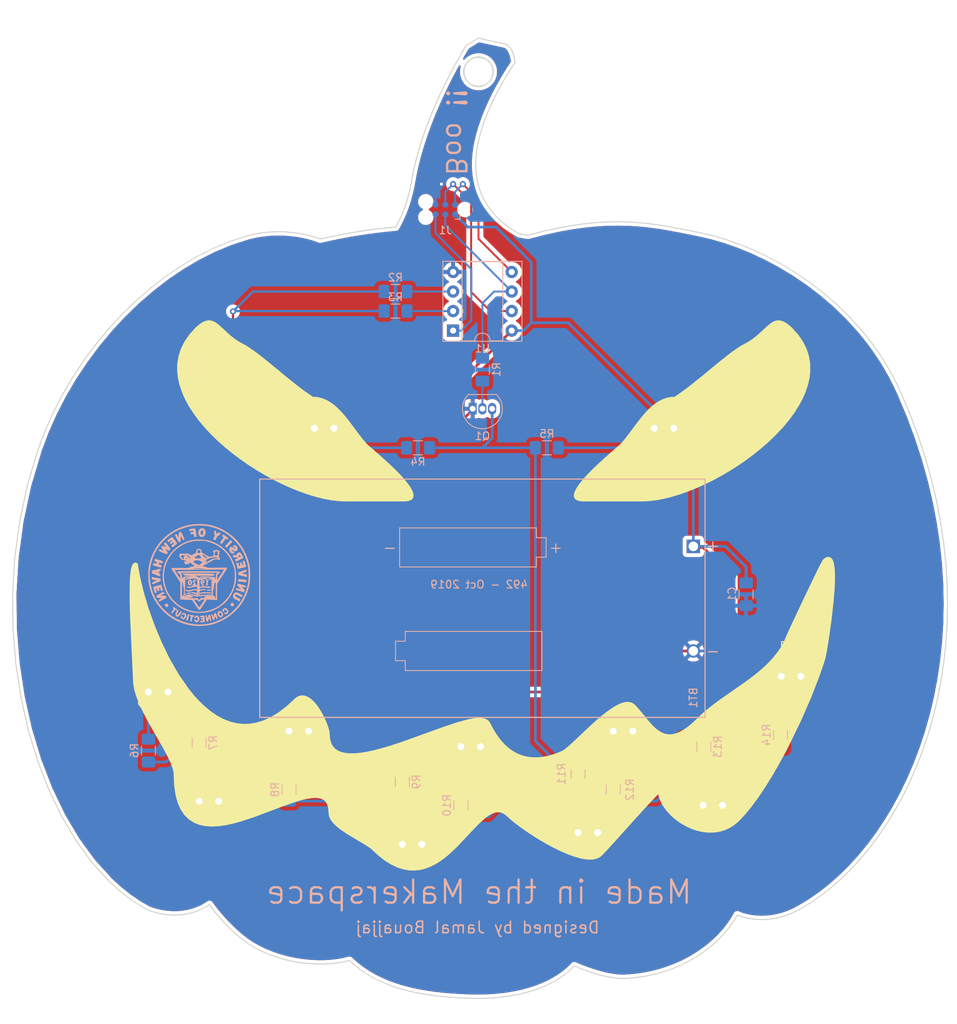
<source format=kicad_pcb>
(kicad_pcb (version 20190605) (host pcbnew "(5.1.0-1601-g80dd3f863)")
  (layers (0 "F.Cu" signal) (31 "B.Cu" signal) (34 "B.Paste" user) (35 "F.Paste" user) (36 "B.SilkS" user) (37 "F.SilkS" user) (38 "B.Mask" user) (39 "F.Mask" user) (44 "Edge.Cuts" user))
  (net 0 "")
  (net 1 "GND")
  (net 2 "VCC")
  (net 3 "Net-(D1-Pad1)")
  (net 4 "Net-(D2-Pad1)")
  (net 5 "Net-(D3-Pad1)")
  (net 6 "Net-(D4-Pad1)")
  (net 7 "Net-(D5-Pad1)")
  (net 8 "Net-(D6-Pad1)")
  (net 9 "Net-(D7-Pad1)")
  (net 10 "Net-(D8-Pad1)")
  (net 11 "Net-(D9-Pad1)")
  (net 12 "Net-(D10-Pad1)")
  (net 13 "Net-(D11-Pad1)")
  (net 14 "Net-(J1-Pad5)")
  (net 15 "Net-(J1-Pad4)")
  (net 16 "Net-(J1-Pad3)")
  (net 17 "Net-(J1-Pad2)")
  (net 18 "Net-(Q1-Pad3)")
  (net 19 "Net-(Q1-Pad2)")
  (net 20 "CopperPad")
  (net 21 "Net-(R2-Pad1)")
  (net 22 "Net-(R3-Pad1)")
  (module "Logo:UNH 13.4x13.4" (layer "B.Cu") (at 38.608 78.74 180)
    (fp_text reference "G***" hide)
    (fp_text value "LOGO" hide)
  )
  (module "MyBattery:BC2AAPC" (layer "B.Cu") (at 102.87 88.646 180)
    (fp_text reference "BT1" (at 0 -6.096 -90) (layer "B.SilkS") (effects (justify mirror)))
    (fp_text value "Battery")
    (fp_text user "-" (at -2.54 0) (layer "B.SilkS") (effects (font (size 1.5 1.5)) (justify mirror)))
    (fp_text user "+" (at -2.54 13.716) (layer "B.SilkS") (effects (font (size 1.5 1.5)) (justify mirror)))
    (fp_text user "-" (at 39.469 13.462) (layer "B.SilkS") (effects (font (size 1.5 1.5)) (justify mirror)))
    (fp_text user "+" (at 17.879 13.462) (layer "B.SilkS") (effects (font (size 1.5 1.5)) (justify mirror)))
    (fp_text user "-" (at -2.54 0) (layer "B.SilkS") (effects (font (size 1.5 1.5)) (justify mirror)))
    (fp_text user "+" (at -2.54 13.716) (layer "B.SilkS") (effects (font (size 1.5 1.5)) (justify mirror)))
    (pad "1" thru_hole rect (at 0 13.6 90) (size 1.75 1.75) (drill 1.25) (layers *.Cu *.Mask) (net 2 "VCC"))
    (pad "2" thru_hole circle (at 0 0 90) (size 1.75 1.75) (drill 1.25) (layers *.Cu *.Mask) (net 1 "GND"))
  )
  (module "Resistor_SMD:R_1206_3216Metric_Pad1.42x1.75mm_HandSolder" (layer "B.Cu") (at 114.205 99.568 270)
    (fp_text reference "R14" (at 0 1.82 90) (layer "B.SilkS") (effects (justify mirror)))
    (fp_text value "330")
    (pad "2" smd roundrect (at 1.4875 0 270) (size 1.425 1.75) (layers "B.Cu" "B.Paste" "B.Mask") (roundrect_rratio 0.175439) (net 18 "Net-(Q1-Pad3)"))
    (pad "1" smd roundrect (at -1.4875 0 270) (size 1.425 1.75) (layers "B.Cu" "B.Paste" "B.Mask") (roundrect_rratio 0.175439) (net 13 "Net-(D11-Pad1)"))
  )
  (module "Resistor_SMD:R_1206_3216Metric_Pad1.42x1.75mm_HandSolder" (layer "B.Cu") (at 104.235 101.092 90)
    (fp_text reference "R13" (at 0 1.82 90) (layer "B.SilkS") (effects (justify mirror)))
    (fp_text value "330")
    (pad "2" smd roundrect (at 1.4875 0 90) (size 1.425 1.75) (layers "B.Cu" "B.Paste" "B.Mask") (roundrect_rratio 0.175439) (net 18 "Net-(Q1-Pad3)"))
    (pad "1" smd roundrect (at -1.4875 0 90) (size 1.425 1.75) (layers "B.Cu" "B.Paste" "B.Mask") (roundrect_rratio 0.175439) (net 12 "Net-(D10-Pad1)"))
  )
  (module "Resistor_SMD:R_1206_3216Metric_Pad1.42x1.75mm_HandSolder" (layer "B.Cu") (at 92.456 106.68 270)
    (fp_text reference "R12" (at 0 -2.159 90) (layer "B.SilkS") (effects (justify mirror)))
    (fp_text value "330")
    (pad "2" smd roundrect (at 1.4875 0 270) (size 1.425 1.75) (layers "B.Cu" "B.Paste" "B.Mask") (roundrect_rratio 0.175439) (net 18 "Net-(Q1-Pad3)"))
    (pad "1" smd roundrect (at -1.4875 0 270) (size 1.425 1.75) (layers "B.Cu" "B.Paste" "B.Mask") (roundrect_rratio 0.175439) (net 11 "Net-(D9-Pad1)"))
  )
  (module "Resistor_SMD:R_1206_3216Metric_Pad1.42x1.75mm_HandSolder" (layer "B.Cu") (at 87.884 104.648 90)
    (fp_text reference "R11" (at 0 -2.159 90) (layer "B.SilkS") (effects (justify mirror)))
    (fp_text value "330")
    (pad "2" smd roundrect (at 1.4875 0 90) (size 1.425 1.75) (layers "B.Cu" "B.Paste" "B.Mask") (roundrect_rratio 0.175439) (net 18 "Net-(Q1-Pad3)"))
    (pad "1" smd roundrect (at -1.4875 0 90) (size 1.425 1.75) (layers "B.Cu" "B.Paste" "B.Mask") (roundrect_rratio 0.175439) (net 10 "Net-(D8-Pad1)"))
  )
  (module "Resistor_SMD:R_1206_3216Metric_Pad1.42x1.75mm_HandSolder" (layer "B.Cu") (at 72.644 108.712 270)
    (fp_text reference "R10" (at 0 1.82 90) (layer "B.SilkS") (effects (justify mirror)))
    (fp_text value "330")
    (pad "2" smd roundrect (at 1.4875 0 270) (size 1.425 1.75) (layers "B.Cu" "B.Paste" "B.Mask") (roundrect_rratio 0.175439) (net 18 "Net-(Q1-Pad3)"))
    (pad "1" smd roundrect (at -1.4875 0 270) (size 1.425 1.75) (layers "B.Cu" "B.Paste" "B.Mask") (roundrect_rratio 0.175439) (net 9 "Net-(D7-Pad1)"))
  )
  (module "Resistor_SMD:R_1206_3216Metric_Pad1.42x1.75mm_HandSolder" (layer "B.Cu") (at 65.024 105.664 90)
    (fp_text reference "R9" (at 0 1.82 90) (layer "B.SilkS") (effects (justify mirror)))
    (fp_text value "330")
    (pad "2" smd roundrect (at 1.4875 0 90) (size 1.425 1.75) (layers "B.Cu" "B.Paste" "B.Mask") (roundrect_rratio 0.175439) (net 18 "Net-(Q1-Pad3)"))
    (pad "1" smd roundrect (at -1.4875 0 90) (size 1.425 1.75) (layers "B.Cu" "B.Paste" "B.Mask") (roundrect_rratio 0.175439) (net 8 "Net-(D6-Pad1)"))
  )
  (module "Resistor_SMD:R_1206_3216Metric_Pad1.42x1.75mm_HandSolder" (layer "B.Cu") (at 50.292 106.68 270)
    (fp_text reference "R8" (at 0 1.82 90) (layer "B.SilkS") (effects (justify mirror)))
    (fp_text value "330")
    (pad "2" smd roundrect (at 1.4875 0 270) (size 1.425 1.75) (layers "B.Cu" "B.Paste" "B.Mask") (roundrect_rratio 0.175439) (net 18 "Net-(Q1-Pad3)"))
    (pad "1" smd roundrect (at -1.4875 0 270) (size 1.425 1.75) (layers "B.Cu" "B.Paste" "B.Mask") (roundrect_rratio 0.175439) (net 7 "Net-(D5-Pad1)"))
  )
  (module "Resistor_SMD:R_1206_3216Metric_Pad1.42x1.75mm_HandSolder" (layer "B.Cu") (at 38.608 100.584 90)
    (fp_text reference "R7" (at 0 1.82 90) (layer "B.SilkS") (effects (justify mirror)))
    (fp_text value "330")
    (pad "2" smd roundrect (at 1.4875 0 90) (size 1.425 1.75) (layers "B.Cu" "B.Paste" "B.Mask") (roundrect_rratio 0.175439) (net 18 "Net-(Q1-Pad3)"))
    (pad "1" smd roundrect (at -1.4875 0 90) (size 1.425 1.75) (layers "B.Cu" "B.Paste" "B.Mask") (roundrect_rratio 0.175439) (net 6 "Net-(D4-Pad1)"))
  )
  (module "Resistor_SMD:R_1206_3216Metric_Pad1.42x1.75mm_HandSolder" (layer "B.Cu") (at 32.004 101.6 270)
    (fp_text reference "R6" (at 0 1.82 90) (layer "B.SilkS") (effects (justify mirror)))
    (fp_text value "330")
    (pad "2" smd roundrect (at 1.4875 0 270) (size 1.425 1.75) (layers "B.Cu" "B.Paste" "B.Mask") (roundrect_rratio 0.175439) (net 18 "Net-(Q1-Pad3)"))
    (pad "1" smd roundrect (at -1.4875 0 270) (size 1.425 1.75) (layers "B.Cu" "B.Paste" "B.Mask") (roundrect_rratio 0.175439) (net 5 "Net-(D3-Pad1)"))
  )
  (module "Resistor_SMD:R_1206_3216Metric_Pad1.42x1.75mm_HandSolder" (layer "B.Cu") (at 83.82 62.23 180)
    (fp_text reference "R5" (at 0 1.82) (layer "B.SilkS") (effects (justify mirror)))
    (fp_text value "330")
    (pad "2" smd roundrect (at 1.4875 0 180) (size 1.425 1.75) (layers "B.Cu" "B.Paste" "B.Mask") (roundrect_rratio 0.175439) (net 18 "Net-(Q1-Pad3)"))
    (pad "1" smd roundrect (at -1.4875 0 180) (size 1.425 1.75) (layers "B.Cu" "B.Paste" "B.Mask") (roundrect_rratio 0.175439) (net 4 "Net-(D2-Pad1)"))
  )
  (module "Resistor_SMD:R_1206_3216Metric_Pad1.42x1.75mm_HandSolder" (layer "B.Cu") (at 67.056 62.23)
    (fp_text reference "R4" (at 0 1.82) (layer "B.SilkS") (effects (justify mirror)))
    (fp_text value "330")
    (pad "2" smd roundrect (at 1.4875 0) (size 1.425 1.75) (layers "B.Cu" "B.Paste" "B.Mask") (roundrect_rratio 0.175439) (net 18 "Net-(Q1-Pad3)"))
    (pad "1" smd roundrect (at -1.4875 0) (size 1.425 1.75) (layers "B.Cu" "B.Paste" "B.Mask") (roundrect_rratio 0.175439) (net 3 "Net-(D1-Pad1)"))
  )
  (module "Resistor_SMD:R_1206_3216Metric_Pad1.42x1.75mm_HandSolder" (layer "B.Cu") (at 64.135 44.45 180)
    (fp_text reference "R3" (at 0 1.82) (layer "B.SilkS") (effects (justify mirror)))
    (fp_text value "1k")
    (pad "2" smd roundrect (at 1.4875 0 180) (size 1.425 1.75) (layers "B.Cu" "B.Paste" "B.Mask") (roundrect_rratio 0.175439) (net 20 "CopperPad"))
    (pad "1" smd roundrect (at -1.4875 0 180) (size 1.425 1.75) (layers "B.Cu" "B.Paste" "B.Mask") (roundrect_rratio 0.175439) (net 22 "Net-(R3-Pad1)"))
  )
  (module "Resistor_SMD:R_1206_3216Metric_Pad1.42x1.75mm_HandSolder" (layer "B.Cu") (at 64.135 41.91 180)
    (fp_text reference "R2" (at 0 1.82) (layer "B.SilkS") (effects (justify mirror)))
    (fp_text value "1M")
    (pad "2" smd roundrect (at 1.4875 0 180) (size 1.425 1.75) (layers "B.Cu" "B.Paste" "B.Mask") (roundrect_rratio 0.175439) (net 20 "CopperPad"))
    (pad "1" smd roundrect (at -1.4875 0 180) (size 1.425 1.75) (layers "B.Cu" "B.Paste" "B.Mask") (roundrect_rratio 0.175439) (net 21 "Net-(R2-Pad1)"))
  )
  (module "Resistor_SMD:R_1206_3216Metric_Pad1.42x1.75mm_HandSolder" (layer "B.Cu") (at 75.438 52.07 90)
    (fp_text reference "R1" (at 0 1.82 90) (layer "B.SilkS") (effects (justify mirror)))
    (fp_text value "1k")
    (pad "2" smd roundrect (at 1.4875 0 90) (size 1.425 1.75) (layers "B.Cu" "B.Paste" "B.Mask") (roundrect_rratio 0.175439) (net 16 "Net-(J1-Pad3)"))
    (pad "1" smd roundrect (at -1.4875 0 90) (size 1.425 1.75) (layers "B.Cu" "B.Paste" "B.Mask") (roundrect_rratio 0.175439) (net 19 "Net-(Q1-Pad2)"))
  )
  (module "Capacitor_SMD:C_1206_3216Metric_Pad1.42x1.75mm_HandSolder" (layer "B.Cu") (at 109.728 81.28 270)
    (fp_text reference "C1" (at 0 1.82 90) (layer "B.SilkS") (effects (justify mirror)))
    (fp_text value "1uF")
    (pad "2" smd roundrect (at 1.4875 0 270) (size 1.425 1.75) (layers "B.Cu" "B.Paste" "B.Mask") (roundrect_rratio 0.175439) (net 1 "GND"))
    (pad "1" smd roundrect (at -1.4875 0 270) (size 1.425 1.75) (layers "B.Cu" "B.Paste" "B.Mask") (roundrect_rratio 0.175439) (net 2 "VCC"))
  )
  (module "Package_DIP:DIP-8_W7.62mm_Socket" (layer "B.Cu") (at 71.628 46.99)
    (fp_text reference "U1" (at 3.81 2.33) (layer "B.SilkS") (effects (justify mirror)))
    (fp_text value "ATtiny85-20PU")
    (pad "8" thru_hole oval (at 7.62 0) (size 1.6 1.6) (drill 0.8) (layers *.Cu *.Mask) (net 2 "VCC"))
    (pad "4" thru_hole oval (at 0 -7.62) (size 1.6 1.6) (drill 0.8) (layers *.Cu *.Mask) (net 1 "GND"))
    (pad "7" thru_hole oval (at 7.62 -2.54) (size 1.6 1.6) (drill 0.8) (layers *.Cu *.Mask) (net 15 "Net-(J1-Pad4)"))
    (pad "3" thru_hole oval (at 0 -5.08) (size 1.6 1.6) (drill 0.8) (layers *.Cu *.Mask) (net 21 "Net-(R2-Pad1)"))
    (pad "6" thru_hole oval (at 7.62 -5.08) (size 1.6 1.6) (drill 0.8) (layers *.Cu *.Mask) (net 16 "Net-(J1-Pad3)"))
    (pad "2" thru_hole oval (at 0 -2.54) (size 1.6 1.6) (drill 0.8) (layers *.Cu *.Mask) (net 22 "Net-(R3-Pad1)"))
    (pad "5" thru_hole oval (at 7.62 -7.62) (size 1.6 1.6) (drill 0.8) (layers *.Cu *.Mask) (net 17 "Net-(J1-Pad2)"))
    (pad "1" thru_hole rect (at 0 0) (size 1.6 1.6) (drill 0.8) (layers *.Cu *.Mask) (net 14 "Net-(J1-Pad5)"))
  )
  (module "Package_TO_SOT_THT:TO-92_Inline" (layer "B.Cu") (at 74.168 57.15)
    (fp_text reference "Q1" (at 1.27 3.56) (layer "B.SilkS") (effects (justify mirror)))
    (fp_text value "2N3904")
    (pad "1" thru_hole rect (at 0 0) (size 1.05 1.5) (drill 0.75) (layers *.Cu *.Mask) (net 1 "GND"))
    (pad "3" thru_hole oval (at 2.54 0) (size 1.05 1.5) (drill 0.75) (layers *.Cu *.Mask) (net 18 "Net-(Q1-Pad3)"))
    (pad "2" thru_hole oval (at 1.27 0) (size 1.05 1.5) (drill 0.75) (layers *.Cu *.Mask) (net 19 "Net-(Q1-Pad2)"))
  )
  (module "Connector:Tag-Connect_TC2030-IDC-NL_2x03_P1.27mm_Vertical" (layer "B.Cu") (at 70.612 31.242 180)
    (fp_text reference "J1" (at 0 -2.7 180) (layer "B.SilkS") (effects (justify mirror)))
    (fp_text value "Conn_01x06")
    (pad "6" connect circle (at 1.27 0.635 180) (size 0.7874 0.7874) (layers "B.Cu" "B.Mask") (net 1 "GND"))
    (pad "5" connect circle (at 1.27 -0.635 180) (size 0.7874 0.7874) (layers "B.Cu" "B.Mask") (net 14 "Net-(J1-Pad5)"))
    (pad "4" connect circle (at 0 0.635 180) (size 0.7874 0.7874) (layers "B.Cu" "B.Mask") (net 15 "Net-(J1-Pad4)"))
    (pad "3" connect circle (at 0 -0.635 180) (size 0.7874 0.7874) (layers "B.Cu" "B.Mask") (net 16 "Net-(J1-Pad3)"))
    (pad "2" connect circle (at -1.27 0.635 180) (size 0.7874 0.7874) (layers "B.Cu" "B.Mask") (net 17 "Net-(J1-Pad2)"))
    (pad "1" connect circle (at -1.27 -0.635 180) (size 0.7874 0.7874) (layers "B.Cu" "B.Mask") (net 2 "VCC"))
    (pad "" np_thru_hole circle (at -2.54 0 180) (size 0.9906 0.9906) (drill 0.9906) (layers *.Cu *.Mask))
    (pad "" np_thru_hole circle (at 2.54 -1.016 180) (size 0.9906 0.9906) (drill 0.9906) (layers *.Cu *.Mask))
    (pad "" np_thru_hole circle (at 2.54 1.016 180) (size 0.9906 0.9906) (drill 0.9906) (layers *.Cu *.Mask))
  )
  (module "LED_THT:LED_D5.0mm" (layer "F.Cu") (at 114.3 91.948)
    (fp_text reference "D11" (at 1.27 -3.96) (layer "F.SilkS"))
    (fp_text value "LED_ALT")
    (pad "2" thru_hole circle (at 2.54 0) (size 1.8 1.8) (drill 0.9) (layers *.Cu *.Mask) (net 2 "VCC"))
    (pad "1" thru_hole rect (at 0 0) (size 1.8 1.8) (drill 0.9) (layers *.Cu *.Mask) (net 13 "Net-(D11-Pad1)"))
  )
  (module "LED_THT:LED_D5.0mm" (layer "F.Cu") (at 104.14 108.712)
    (fp_text reference "D10" (at 1.27 -3.96) (layer "F.SilkS"))
    (fp_text value "LED_ALT")
    (pad "2" thru_hole circle (at 2.54 0) (size 1.8 1.8) (drill 0.9) (layers *.Cu *.Mask) (net 2 "VCC"))
    (pad "1" thru_hole rect (at 0 0) (size 1.8 1.8) (drill 0.9) (layers *.Cu *.Mask) (net 12 "Net-(D10-Pad1)"))
  )
  (module "LED_THT:LED_D5.0mm" (layer "F.Cu") (at 92.456 99.06)
    (fp_text reference "D9" (at 2.794 3.556) (layer "F.SilkS"))
    (fp_text value "LED_ALT")
    (pad "2" thru_hole circle (at 2.54 0) (size 1.8 1.8) (drill 0.9) (layers *.Cu *.Mask) (net 2 "VCC"))
    (pad "1" thru_hole rect (at 0 0) (size 1.8 1.8) (drill 0.9) (layers *.Cu *.Mask) (net 11 "Net-(D9-Pad1)"))
  )
  (module "LED_THT:LED_D5.0mm" (layer "F.Cu") (at 87.884 112.268)
    (fp_text reference "D8" (at 1.27 -3.96) (layer "F.SilkS"))
    (fp_text value "LED_ALT")
    (pad "2" thru_hole circle (at 2.54 0) (size 1.8 1.8) (drill 0.9) (layers *.Cu *.Mask) (net 2 "VCC"))
    (pad "1" thru_hole rect (at 0 0) (size 1.8 1.8) (drill 0.9) (layers *.Cu *.Mask) (net 10 "Net-(D8-Pad1)"))
  )
  (module "LED_THT:LED_D5.0mm" (layer "F.Cu") (at 72.644 101.092)
    (fp_text reference "D7" (at -0.254 3.556) (layer "F.SilkS"))
    (fp_text value "LED_ALT")
    (pad "2" thru_hole circle (at 2.54 0) (size 1.8 1.8) (drill 0.9) (layers *.Cu *.Mask) (net 2 "VCC"))
    (pad "1" thru_hole rect (at 0 0) (size 1.8 1.8) (drill 0.9) (layers *.Cu *.Mask) (net 9 "Net-(D7-Pad1)"))
  )
  (module "LED_THT:LED_D5.0mm" (layer "F.Cu") (at 65.024 113.792)
    (fp_text reference "D6" (at 1.27 -3.96) (layer "F.SilkS"))
    (fp_text value "LED_ALT")
    (pad "2" thru_hole circle (at 2.54 0) (size 1.8 1.8) (drill 0.9) (layers *.Cu *.Mask) (net 2 "VCC"))
    (pad "1" thru_hole rect (at 0 0) (size 1.8 1.8) (drill 0.9) (layers *.Cu *.Mask) (net 8 "Net-(D6-Pad1)"))
  )
  (module "LED_THT:LED_D5.0mm" (layer "F.Cu") (at 50.292 99.06)
    (fp_text reference "D5" (at 0 2.286) (layer "F.SilkS"))
    (fp_text value "LED_ALT")
    (pad "2" thru_hole circle (at 2.54 0) (size 1.8 1.8) (drill 0.9) (layers *.Cu *.Mask) (net 2 "VCC"))
    (pad "1" thru_hole rect (at 0 0) (size 1.8 1.8) (drill 0.9) (layers *.Cu *.Mask) (net 7 "Net-(D5-Pad1)"))
  )
  (module "LED_THT:LED_D5.0mm" (layer "F.Cu") (at 38.608 108.204)
    (fp_text reference "D4" (at 1.27 -3.96) (layer "F.SilkS"))
    (fp_text value "LED_ALT")
    (pad "2" thru_hole circle (at 2.54 0) (size 1.8 1.8) (drill 0.9) (layers *.Cu *.Mask) (net 2 "VCC"))
    (pad "1" thru_hole rect (at 0 0) (size 1.8 1.8) (drill 0.9) (layers *.Cu *.Mask) (net 6 "Net-(D4-Pad1)"))
  )
  (module "LED_THT:LED_D5.0mm" (layer "F.Cu") (at 32.004 93.98)
    (fp_text reference "D3" (at 1.27 -3.96) (layer "F.SilkS"))
    (fp_text value "LED_ALT")
    (pad "2" thru_hole circle (at 2.54 0) (size 1.8 1.8) (drill 0.9) (layers *.Cu *.Mask) (net 2 "VCC"))
    (pad "1" thru_hole rect (at 0 0) (size 1.8 1.8) (drill 0.9) (layers *.Cu *.Mask) (net 5 "Net-(D3-Pad1)"))
  )
  (module "LED_THT:LED_D5.0mm" (layer "F.Cu") (at 97.79 59.69)
    (fp_text reference "D2" (at 2.54 3.81) (layer "F.SilkS"))
    (fp_text value "LED_ALT")
    (pad "2" thru_hole circle (at 2.54 0) (size 1.8 1.8) (drill 0.9) (layers *.Cu *.Mask) (net 2 "VCC"))
    (pad "1" thru_hole rect (at 0 0) (size 1.8 1.8) (drill 0.9) (layers *.Cu *.Mask) (net 4 "Net-(D2-Pad1)"))
  )
  (module "LED_THT:LED_D5.0mm" (layer "F.Cu") (at 53.594 59.69)
    (fp_text reference "D1" (at 1.27 2.54) (layer "F.SilkS"))
    (fp_text value "LED_ALT")
    (pad "2" thru_hole circle (at 2.54 0) (size 1.8 1.8) (drill 0.9) (layers *.Cu *.Mask) (net 2 "VCC"))
    (pad "1" thru_hole rect (at 0 0) (size 1.8 1.8) (drill 0.9) (layers *.Cu *.Mask) (net 3 "Net-(D1-Pad1)"))
  )
  (gr_poly (pts (xy 30.315792 77.482139) (xy 30.633574 79.21586) (xy 31.110739 81.163198) (xy 31.741385 83.260327) (xy 32.519607 85.443419) (xy 33.439503 87.648648) (xy 34.49517 89.812187) (xy 35.680704 91.870208) (xy 36.990203 93.758885) (xy 37.689594 94.619773) (xy 38.417763 95.41439) (xy 39.173972 96.134757) (xy 39.957482 96.772897) (xy 40.767556 97.32083) (xy 41.603456 97.770578) (xy 42.464445 98.114163) (xy 43.349783 98.343607) (xy 44.258734 98.45093) (xy 45.190559 98.428156) (xy 46.14452 98.267304) (xy 47.11988 97.960398) (xy 48.115901 97.499458) (xy 49.131845 96.876507) (xy 50.166974 96.083565) (xy 51.22055 95.112655) (xy 51.387227 94.966961) (xy 51.556349 94.85913) (xy 51.727407 94.787178) (xy 51.899895 94.749123) (xy 52.073305 94.742982) (xy 52.247131 94.766771) (xy 52.420864 94.818507) (xy 52.593998 94.896208) (xy 52.766025 94.99789) (xy 52.936438 95.12157) (xy 53.104729 95.265265) (xy 53.270392 95.426993) (xy 53.432918 95.604769) (xy 53.591802 95.796611) (xy 53.896609 96.214561) (xy 54.180756 96.664978) (xy 54.440184 97.131997) (xy 54.670834 97.599754) (xy 54.868649 98.052384) (xy 55.029569 98.474023) (xy 55.149537 98.848806) (xy 55.224494 99.160869) (xy 55.243825 99.288423) (xy 55.250381 99.394348) (xy 55.30606 100.113424) (xy 55.468549 100.716698) (xy 55.73102 101.210858) (xy 56.08665 101.60259) (xy 56.528612 101.898582) (xy 57.050081 102.10552) (xy 57.644232 102.230092) (xy 58.304239 102.278985) (xy 59.023276 102.258885) (xy 59.794519 102.176481) (xy 60.611142 102.038458) (xy 61.466319 101.851504) (xy 63.265035 101.357553) (xy 65.136064 100.748122) (xy 68.876646 99.39681) (xy 70.636992 98.761921) (xy 72.251237 98.225541) (xy 73.664777 97.841164) (xy 74.279219 97.722695) (xy 74.823009 97.662288) (xy 75.289321 97.666631) (xy 75.67133 97.742409) (xy 75.96221 97.896312) (xy 76.155136 98.135025) (xy 76.419206 98.659107) (xy 76.691577 99.145926) (xy 76.971696 99.596589) (xy 77.25901 100.012203) (xy 77.552964 100.393873) (xy 77.853006 100.742708) (xy 78.158582 101.059814) (xy 78.469139 101.346298) (xy 78.784123 101.603266) (xy 79.102981 101.831826) (xy 79.42516 102.033084) (xy 79.750106 102.208147) (xy 80.077265 102.358122) (xy 80.406084 102.484116) (xy 80.736011 102.587235) (xy 81.066491 102.668587) (xy 81.39697 102.729278) (xy 81.726897 102.770415) (xy 82.055717 102.793105) (xy 82.382876 102.798455) (xy 82.707822 102.787571) (xy 83.030001 102.761561) (xy 83.663843 102.668588) (xy 84.279977 102.52839) (xy 84.873975 102.349822) (xy 85.441408 102.141738) (xy 85.977851 101.912994) (xy 86.131816 101.82417) (xy 86.309347 101.70122) (xy 86.729019 101.364006) (xy 87.224694 100.923489) (xy 87.784195 100.401804) (xy 89.045978 99.203479) (xy 89.72391 98.571113) (xy 90.416968 97.946125) (xy 91.112977 97.350652) (xy 91.799763 96.806831) (xy 92.46515 96.336799) (xy 92.786014 96.136371) (xy 93.096963 95.962691) (xy 93.396475 95.818527) (xy 93.683027 95.706645) (xy 93.955099 95.629813) (xy 94.211167 95.590797) (xy 94.449711 95.592365) (xy 94.669208 95.637283) (xy 94.868137 95.728319) (xy 95.044975 95.86824) (xy 95.462126 96.314169) (xy 95.867471 96.791088) (xy 96.666355 97.772967) (xy 97.071699 98.245459) (xy 97.48885 98.684009) (xy 97.703698 98.885482) (xy 97.92371 99.072382) (xy 98.149626 99.24268) (xy 98.382183 99.394346) (xy 98.622118 99.525351) (xy 98.87017 99.633667) (xy 99.127077 99.717263) (xy 99.393576 99.774111) (xy 99.670406 99.802182) (xy 99.958304 99.799445) (xy 100.258008 99.763874) (xy 100.570257 99.693437) (xy 100.895787 99.586106) (xy 101.235337 99.439852) (xy 101.589645 99.252645) (xy 101.959448 99.022456) (xy 102.345485 98.747257) (xy 102.748493 98.425017) (xy 103.16921 98.053708) (xy 103.608375 97.631301) (xy 104.291841 96.986882) (xy 105.014784 96.371977) (xy 105.769455 95.780685) (xy 106.548107 95.207103) (xy 109.747571 92.971804) (xy 110.529913 92.398222) (xy 111.289748 91.80693) (xy 112.019331 91.192027) (xy 112.710913 90.547608) (xy 113.356746 89.86777) (xy 113.949082 89.146611) (xy 114.222768 88.768692) (xy 114.480175 88.378228) (xy 114.720333 87.974482) (xy 114.942276 87.556716) (xy 115.220705 86.89557) (xy 115.800192 85.620505) (xy 117.460926 82.07866) (xy 119.121659 78.631267) (xy 119.701146 77.474265) (xy 119.979576 76.978408) (xy 120.179004 76.812953) (xy 120.353067 76.73798) (xy 120.502965 76.748049) (xy 120.629897 76.837717) (xy 120.73506 77.001543) (xy 120.819656 77.234084) (xy 120.931937 77.883545) (xy 120.976333 78.742565) (xy 120.962436 79.767609) (xy 120.899838 80.915142) (xy 120.798133 82.141629) (xy 120.515769 84.657322) (xy 120.192084 86.966409) (xy 119.903816 88.720606) (xy 119.727706 89.571632) (xy 119.359749 90.714) (xy 118.920955 91.957459) (xy 117.854467 94.679761) (xy 116.575468 97.602768) (xy 115.131182 100.590709) (xy 114.361815 102.066601) (xy 113.568835 103.507813) (xy 112.758145 104.897372) (xy 111.93565 106.218307) (xy 111.107251 107.453648) (xy 110.278853 108.586422) (xy 109.456357 109.599659) (xy 108.645668 110.476387) (xy 108.284374 110.807236) (xy 107.909936 111.09252) (xy 107.52397 111.333901) (xy 107.128087 111.533037) (xy 106.723904 111.69159) (xy 106.313033 111.81122) (xy 105.89709 111.893586) (xy 105.477687 111.940349) (xy 105.05644 111.95317) (xy 104.634962 111.933708) (xy 104.214868 111.883624) (xy 103.797771 111.804578) (xy 103.385286 111.698231) (xy 102.979027 111.566242) (xy 102.580608 111.410271) (xy 102.191643 111.23198) (xy 101.813747 111.033028) (xy 101.448532 110.815075) (xy 101.097614 110.579782) (xy 100.762607 110.328809) (xy 100.445125 110.063816) (xy 100.146781 109.786464) (xy 99.869191 109.498412) (xy 99.613967 109.201321) (xy 99.382725 108.896852) (xy 99.177078 108.586663) (xy 98.998641 108.272417) (xy 98.849027 107.955772) (xy 98.729851 107.63839) (xy 98.642726 107.321929) (xy 98.589268 107.008052) (xy 98.57109 106.698417) (xy 98.552981 106.673653) (xy 98.500007 106.692147) (xy 98.297581 106.848949) (xy 97.980045 107.1489) (xy 97.563632 107.572077) (xy 96.49911 108.708419) (xy 95.233884 110.098592) (xy 92.62079 113.002902) (xy 91.532657 114.198274) (xy 90.76329 115.009948) (xy 90.557059 115.177779) (xy 90.317669 115.304796) (xy 90.047381 115.392981) (xy 89.748453 115.444318) (xy 89.423146 115.460791) (xy 89.073719 115.444381) (xy 88.702433 115.397072) (xy 88.311546 115.320847) (xy 87.480012 115.089583) (xy 86.597194 114.766451) (xy 85.681172 114.367318) (xy 84.750023 113.908046) (xy 83.821826 113.404501) (xy 82.914659 112.872548) (xy 82.046599 112.32805) (xy 81.235726 111.786873) (xy 80.500117 111.26488) (xy 79.857851 110.777937) (xy 79.327005 110.341907) (xy 78.925659 109.972656) (xy 78.524104 109.63396) (xy 78.121673 109.414754) (xy 77.717489 109.30614) (xy 77.310677 109.299215) (xy 76.90036 109.385079) (xy 76.485661 109.554831) (xy 76.065705 109.79957) (xy 75.639616 110.110397) (xy 74.76553 110.894707) (xy 73.856395 111.836555) (xy 71.904937 113.908043) (xy 70.848594 114.895272) (xy 70.297202 115.345604) (xy 69.729162 115.755215) (xy 69.143597 116.115203) (xy 68.539631 116.416667) (xy 67.916387 116.650708) (xy 67.27299 116.808423) (xy 66.608564 116.880913) (xy 65.922231 116.859276) (xy 65.213117 116.734613) (xy 64.480344 116.498022) (xy 63.723036 116.140602) (xy 62.940317 115.653452) (xy 62.131312 115.027673) (xy 61.295143 114.254364) (xy 61.06689 114.056794) (xy 60.767801 113.842623) (xy 60.409682 113.612956) (xy 60.004337 113.368901) (xy 59.099199 112.842052) (xy 58.146836 112.27093) (xy 57.682461 111.971533) (xy 57.241698 111.664389) (xy 56.836354 111.350604) (xy 56.478234 111.031285) (xy 56.320572 110.869896) (xy 56.179145 110.707538) (xy 56.055426 110.54435) (xy 55.950892 110.380471) (xy 55.867019 110.216038) (xy 55.805283 110.05119) (xy 55.767159 109.886065) (xy 55.754123 109.720802) (xy 55.696322 108.997959) (xy 55.527839 108.427351) (xy 55.256051 107.997402) (xy 54.888339 107.696537) (xy 54.43208 107.51318) (xy 53.894655 107.435756) (xy 53.28344 107.452688) (xy 52.605817 107.552402) (xy 51.869162 107.723322) (xy 51.080856 107.953873) (xy 49.378802 108.547562) (xy 45.679542 109.94118) (xy 43.800397 110.555899) (xy 42.879271 110.802222) (xy 41.980282 110.99242) (xy 41.110808 111.114917) (xy 40.278229 111.158137) (xy 39.489922 111.110506) (xy 38.753268 110.960447) (xy 38.075644 110.696385) (xy 37.464429 110.306744) (xy 36.927004 109.779949) (xy 36.470745 109.104425) (xy 36.103033 108.268595) (xy 35.831245 107.260884) (xy 35.662762 106.069716) (xy 35.604961 104.683517) (xy 35.589788 104.43724) (xy 35.545561 104.171362) (xy 35.474217 103.886946) (xy 35.377693 103.58505) (xy 35.11685 102.933067) (xy 34.778531 102.223898) (xy 34.378228 101.466028) (xy 33.931439 100.667944) (xy 32.960384 98.985075) (xy 31.989328 97.243176) (xy 31.542539 96.371304) (xy 31.142237 95.510131) (xy 30.803917 94.668144) (xy 30.662843 94.256996) (xy 30.543075 93.853827) (xy 30.446551 93.459697) (xy 30.375207 93.075666) (xy 30.33098 92.702796) (xy 30.315807 92.342147) (xy 29.93801 84.250998) (xy 29.873076 81.807617) (xy 29.890786 79.69776) (xy 29.9417 78.846303) (xy 30.026556 78.172307) (xy 30.149783 77.707133) (xy 30.227169 77.562653) (xy 30.315807 77.482139) (xy 30.315792 77.482139)) (layer "F.SilkS") (width 0.642))
  (gr_text "492 - Oct 2019" (at 75 80) (layer "B.SilkS") (effects (font (size 1 1)) (justify mirror)))
  (gr_text "Made in the Makerspace" (at 75 120) (layer "B.SilkS") (effects (font (size 3 3) (thickness 0.3)) (justify mirror)))
  (gr_text "Designed by Jamal Bouajjaj" (at 74.8 124.6) (layer "B.SilkS") (effects (font (size 1.5 1.5) (thickness 0.2)) (justify mirror)))
  (gr_text "Boo !!" (at 72 21.2 270) (layer "B.SilkS") (effects (font (size 2.5 2.5) (thickness 0.3)) (justify mirror)))
  (gr_circle (center 74.93 13.335) (end 76.835 13.335) (layer "Edge.Cuts") (width 0.2))
  (gr_poly (pts (xy 100.424751 55.616004) (xy 101.015877 55.220908) (xy 101.619384 54.790624) (xy 102.232012 54.33167) (xy 102.850505 53.850561) (xy 104.09205 52.847943) (xy 105.317954 51.834899) (xy 106.502152 50.863559) (xy 107.61858 49.98605) (xy 108.143235 49.598773) (xy 108.641174 49.254501) (xy 109.109138 48.959753) (xy 109.543869 48.721042) (xy 109.828124 48.570747) (xy 110.097636 48.412673) (xy 110.353301 48.248164) (xy 110.596016 48.078564) (xy 111.046175 47.729466) (xy 111.455283 47.376132) (xy 112.179013 46.699761) (xy 112.50797 46.398227) (xy 112.824546 46.135465) (xy 112.980431 46.021983) (xy 113.135909 45.922225) (xy 113.291875 45.837536) (xy 113.449226 45.76926) (xy 113.608857 45.71874) (xy 113.771665 45.68732) (xy 113.938545 45.676346) (xy 114.110394 45.687159) (xy 114.288107 45.721105) (xy 114.47258 45.779527) (xy 114.664709 45.86377) (xy 114.865391 45.975177) (xy 115.075521 46.115093) (xy 115.295995 46.284861) (xy 115.52771 46.485825) (xy 115.77156 46.719329) (xy 116.524679 47.56652) (xy 117.120514 48.437739) (xy 117.56599 49.329647) (xy 117.868028 50.238905) (xy 118.033554 51.162172) (xy 118.06949 52.09611) (xy 117.982759 53.037379) (xy 117.780285 53.982639) (xy 117.468992 54.92855) (xy 117.055802 55.871774) (xy 116.54764 56.808971) (xy 115.951428 57.736801) (xy 115.27409 58.651924) (xy 114.522549 59.551002) (xy 113.703729 60.430694) (xy 112.824553 61.287661) (xy 111.891945 62.118564) (xy 110.912827 62.920062) (xy 109.894124 63.688818) (xy 108.842759 64.42149) (xy 107.765654 65.114739) (xy 106.669734 65.765227) (xy 105.561922 66.369612) (xy 104.449142 66.924557) (xy 103.338316 67.426721) (xy 102.236368 67.872764) (xy 101.150221 68.259348) (xy 100.086799 68.583132) (xy 99.053026 68.840778) (xy 98.055824 69.028945) (xy 97.102117 69.144295) (xy 96.198829 69.183486) (xy 88.636642 69.183486) (xy 88.25677 69.164325) (xy 87.948698 69.108388) (xy 87.708638 69.017997) (xy 87.532803 68.895473) (xy 87.417404 68.743138) (xy 87.358656 68.563313) (xy 87.35277 68.35832) (xy 87.395958 68.130479) (xy 87.484434 67.882112) (xy 87.614409 67.615541) (xy 87.782096 67.333087) (xy 87.983708 67.037071) (xy 88.473557 66.41364) (xy 89.053654 65.763817) (xy 89.6937 65.106175) (xy 90.363395 64.459285) (xy 91.670533 63.272042) (xy 93.307395 61.843692) (xy 93.680555 61.443872) (xy 94.051107 61.00137) (xy 94.794817 60.026121) (xy 95.559376 58.993531) (xy 95.955991 58.479353) (xy 96.365637 57.979186) (xy 96.790923 57.502477) (xy 97.234453 57.058674) (xy 97.463875 56.852066) (xy 97.698835 56.657227) (xy 97.93966 56.475339) (xy 98.186676 56.307582) (xy 98.440207 56.155139) (xy 98.700581 56.01919) (xy 98.968123 55.900915) (xy 99.243158 55.801497) (xy 99.526012 55.722115) (xy 99.817012 55.663952) (xy 100.116483 55.628188) (xy 100.424751 55.616004)) (layer "F.SilkS") (width 0.041999))
  (gr_poly (pts (xy 53.396541 55.616004) (xy 52.805415 55.220908) (xy 52.201908 54.790624) (xy 51.58928 54.33167) (xy 50.970788 53.850561) (xy 49.729243 52.847943) (xy 48.50334 51.834899) (xy 47.319143 50.863559) (xy 46.202715 49.98605) (xy 45.67806 49.598773) (xy 45.180122 49.254501) (xy 44.712158 48.959753) (xy 44.277427 48.721042) (xy 43.993172 48.570747) (xy 43.723659 48.412673) (xy 43.467994 48.248164) (xy 43.225279 48.078564) (xy 42.775119 47.729466) (xy 42.366012 47.376132) (xy 41.642282 46.699761) (xy 41.313325 46.398227) (xy 40.996749 46.135465) (xy 40.840864 46.021983) (xy 40.685387 45.922225) (xy 40.529421 45.837536) (xy 40.37207 45.76926) (xy 40.212439 45.71874) (xy 40.049632 45.68732) (xy 39.882751 45.676346) (xy 39.710903 45.687159) (xy 39.53319 45.721105) (xy 39.348717 45.779527) (xy 39.156587 45.86377) (xy 38.955905 45.975177) (xy 38.745775 46.115093) (xy 38.525301 46.284861) (xy 38.293586 46.485825) (xy 38.049736 46.719329) (xy 37.296617 47.56652) (xy 36.700781 48.437739) (xy 36.255306 49.329647) (xy 35.953267 50.238905) (xy 35.787742 51.162172) (xy 35.751806 52.09611) (xy 35.838537 53.037379) (xy 36.04101 53.982639) (xy 36.352304 54.92855) (xy 36.765493 55.871774) (xy 37.273656 56.808971) (xy 37.869868 57.736801) (xy 38.547206 58.651924) (xy 39.298747 59.551002) (xy 40.117566 60.430694) (xy 40.996742 61.287661) (xy 41.92935 62.118564) (xy 42.908468 62.920062) (xy 43.927171 63.688818) (xy 44.978536 64.42149) (xy 46.05564 65.114739) (xy 47.15156 65.765227) (xy 48.259372 66.369612) (xy 49.372152 66.924557) (xy 50.482978 67.426721) (xy 51.584926 67.872764) (xy 52.671072 68.259348) (xy 53.734494 68.583132) (xy 54.768267 68.840778) (xy 55.765468 69.028945) (xy 56.719175 69.144295) (xy 57.622463 69.183486) (xy 65.184646 69.183486) (xy 65.564518 69.164325) (xy 65.87259 69.108388) (xy 66.11265 69.017997) (xy 66.288485 68.895473) (xy 66.403884 68.743138) (xy 66.462632 68.563313) (xy 66.468518 68.35832) (xy 66.42533 68.130479) (xy 66.336854 67.882112) (xy 66.206879 67.615541) (xy 66.039192 67.333087) (xy 65.83758 67.037071) (xy 65.347731 66.41364) (xy 64.767634 65.763817) (xy 64.127588 65.106175) (xy 63.457893 64.459285) (xy 62.150756 63.272042) (xy 60.513893 61.843692) (xy 60.140734 61.443872) (xy 59.770182 61.00137) (xy 59.026473 60.026121) (xy 58.261914 58.993531) (xy 57.865299 58.479353) (xy 57.455653 57.979186) (xy 57.030367 57.502477) (xy 56.586837 57.058674) (xy 56.357415 56.852066) (xy 56.122455 56.657227) (xy 55.88163 56.475339) (xy 55.634614 56.307582) (xy 55.381083 56.155139) (xy 55.120709 56.01919) (xy 54.853168 55.900915) (xy 54.578133 55.801497) (xy 54.295279 55.722115) (xy 54.004279 55.663952) (xy 53.704809 55.628188) (xy 53.396541 55.616004)) (layer "F.SilkS") (width 0.041749))
  (gr_line (start 74.892066 8.967415) (end 74.892066 8.967415) (layer "Edge.Cuts") (width 0.134852))
  (gr_line (start 74.892066 8.967415) (end 74.892066 8.967415) (layer "Edge.Cuts") (width 0.134852))
  (gr_line (start 76.164337 9.243368) (end 74.892066 8.967415) (layer "Edge.Cuts") (width 0.134852))
  (gr_line (start 76.164337 9.243368) (end 76.164337 9.243368) (layer "Edge.Cuts") (width 0.134852))
  (gr_line (start 77.254374 9.477759) (end 76.164337 9.243368) (layer "Edge.Cuts") (width 0.134852))
  (gr_line (start 78.30426 9.706388) (end 77.254374 9.477759) (layer "Edge.Cuts") (width 0.134852))
  (gr_line (start 78.30426 9.706388) (end 78.30426 9.706388) (layer "Edge.Cuts") (width 0.134852))
  (gr_line (start 78.358085 9.719638) (end 78.30426 9.706388) (layer "Edge.Cuts") (width 0.134852))
  (gr_line (start 78.41048 9.735291) (end 78.358085 9.719638) (layer "Edge.Cuts") (width 0.134852))
  (gr_line (start 78.461464 9.753268) (end 78.41048 9.735291) (layer "Edge.Cuts") (width 0.134852))
  (gr_line (start 78.511058 9.773493) (end 78.461464 9.753268) (layer "Edge.Cuts") (width 0.134852))
  (gr_line (start 78.559281 9.795885) (end 78.511058 9.773493) (layer "Edge.Cuts") (width 0.134852))
  (gr_line (start 78.606151 9.820368) (end 78.559281 9.795885) (layer "Edge.Cuts") (width 0.134852))
  (gr_line (start 78.651689 9.846863) (end 78.606151 9.820368) (layer "Edge.Cuts") (width 0.134852))
  (gr_line (start 78.695913 9.875292) (end 78.651689 9.846863) (layer "Edge.Cuts") (width 0.134852))
  (gr_line (start 78.780499 9.937641) (end 78.695913 9.875292) (layer "Edge.Cuts") (width 0.134852))
  (gr_line (start 78.860065 10.006788) (end 78.780499 9.937641) (layer "Edge.Cuts") (width 0.134852))
  (gr_line (start 78.934766 10.08211) (end 78.860065 10.006788) (layer "Edge.Cuts") (width 0.134852))
  (gr_line (start 79.004756 10.162981) (end 78.934766 10.08211) (layer "Edge.Cuts") (width 0.134852))
  (gr_line (start 79.070192 10.248777) (end 79.004756 10.162981) (layer "Edge.Cuts") (width 0.134852))
  (gr_line (start 79.131229 10.338872) (end 79.070192 10.248777) (layer "Edge.Cuts") (width 0.134852))
  (gr_line (start 79.188021 10.432641) (end 79.131229 10.338872) (layer "Edge.Cuts") (width 0.134852))
  (gr_line (start 79.240724 10.52946) (end 79.188021 10.432641) (layer "Edge.Cuts") (width 0.134852))
  (gr_line (start 79.289493 10.628705) (end 79.240724 10.52946) (layer "Edge.Cuts") (width 0.134852))
  (gr_line (start 79.334484 10.729749) (end 79.289493 10.628705) (layer "Edge.Cuts") (width 0.134852))
  (gr_line (start 79.375851 10.831968) (end 79.334484 10.729749) (layer "Edge.Cuts") (width 0.134852))
  (gr_line (start 79.413749 10.934737) (end 79.375851 10.831968) (layer "Edge.Cuts") (width 0.134852))
  (gr_line (start 79.413749 10.934737) (end 79.413749 10.934737) (layer "Edge.Cuts") (width 0.134852))
  (gr_line (start 79.432516 10.986721) (end 79.413749 10.934737) (layer "Edge.Cuts") (width 0.134852))
  (gr_line (start 79.441749 11.012689) (end 79.432516 10.986721) (layer "Edge.Cuts") (width 0.134852))
  (gr_line (start 79.446185 11.025655) (end 79.441749 11.012689) (layer "Edge.Cuts") (width 0.134852))
  (gr_line (start 79.450447 11.038606) (end 79.446185 11.025655) (layer "Edge.Cuts") (width 0.134852))
  (gr_line (start 79.450447 11.038606) (end 79.450447 11.038606) (layer "Edge.Cuts") (width 0.134852))
  (gr_line (start 79.483722 11.146974) (end 79.450447 11.038606) (layer "Edge.Cuts") (width 0.134852))
  (gr_line (start 79.513559 11.253795) (end 79.483722 11.146974) (layer "Edge.Cuts") (width 0.134852))
  (gr_line (start 79.540136 11.358319) (end 79.513559 11.253795) (layer "Edge.Cuts") (width 0.134852))
  (gr_line (start 79.563632 11.459794) (end 79.540136 11.358319) (layer "Edge.Cuts") (width 0.134852))
  (gr_line (start 79.584224 11.557469) (end 79.563632 11.459794) (layer "Edge.Cuts") (width 0.134852))
  (gr_line (start 79.602092 11.650592) (end 79.584224 11.557469) (layer "Edge.Cuts") (width 0.134852))
  (gr_line (start 79.617412 11.738411) (end 79.602092 11.650592) (layer "Edge.Cuts") (width 0.134852))
  (gr_line (start 79.630363 11.820177) (end 79.617412 11.738411) (layer "Edge.Cuts") (width 0.134852))
  (gr_line (start 79.649871 11.96254) (end 79.630363 11.820177) (layer "Edge.Cuts") (width 0.134852))
  (gr_line (start 79.662041 12.071669) (end 79.649871 11.96254) (layer "Edge.Cuts") (width 0.134852))
  (gr_line (start 79.670066 12.166186) (end 79.662041 12.071669) (layer "Edge.Cuts") (width 0.134852))
  (gr_line (start 79.670066 12.166186) (end 79.670066 12.166186) (layer "Edge.Cuts") (width 0.134852))
  (gr_line (start 79.653533 12.188407) (end 79.670066 12.166186) (layer "Edge.Cuts") (width 0.134852))
  (gr_line (start 79.653533 12.188407) (end 79.653533 12.188407) (layer "Edge.Cuts") (width 0.134852))
  (gr_line (start 79.030557 13.117366) (end 79.653533 12.188407) (layer "Edge.Cuts") (width 0.134852))
  (gr_line (start 78.404447 14.129175) (end 79.030557 13.117366) (layer "Edge.Cuts") (width 0.134852))
  (gr_line (start 77.660754 15.433714) (end 78.404447 14.129175) (layer "Edge.Cuts") (width 0.134852))
  (gr_line (start 77.266414 16.178846) (end 77.660754 15.433714) (layer "Edge.Cuts") (width 0.134852))
  (gr_line (start 76.868598 16.976866) (end 77.266414 16.178846) (layer "Edge.Cuts") (width 0.134852))
  (gr_line (start 76.475948 17.82101) (end 76.868598 16.976866) (layer "Edge.Cuts") (width 0.134852))
  (gr_line (start 76.097103 18.704513) (end 76.475948 17.82101) (layer "Edge.Cuts") (width 0.134852))
  (gr_line (start 75.740705 19.62061) (end 76.097103 18.704513) (layer "Edge.Cuts") (width 0.134852))
  (gr_line (start 75.415392 20.562537) (end 75.740705 19.62061) (layer "Edge.Cuts") (width 0.134852))
  (gr_line (start 75.129805 21.523528) (end 75.415392 20.562537) (layer "Edge.Cuts") (width 0.134852))
  (gr_line (start 74.892585 22.49682) (end 75.129805 21.523528) (layer "Edge.Cuts") (width 0.134852))
  (gr_line (start 74.892585 22.49682) (end 74.892585 22.49682) (layer "Edge.Cuts") (width 0.134852))
  (gr_line (start 74.76921 23.133268) (end 74.892585 22.49682) (layer "Edge.Cuts") (width 0.134852))
  (gr_line (start 74.676384 23.749773) (end 74.76921 23.133268) (layer "Edge.Cuts") (width 0.134852))
  (gr_line (start 74.612928 24.346625) (end 74.676384 23.749773) (layer "Edge.Cuts") (width 0.134852))
  (gr_line (start 74.577666 24.924111) (end 74.612928 24.346625) (layer "Edge.Cuts") (width 0.134852))
  (gr_line (start 74.569421 25.482518) (end 74.577666 24.924111) (layer "Edge.Cuts") (width 0.134852))
  (gr_line (start 74.587014 26.022135) (end 74.569421 25.482518) (layer "Edge.Cuts") (width 0.134852))
  (gr_line (start 74.629269 26.543249) (end 74.587014 26.022135) (layer "Edge.Cuts") (width 0.134852))
  (gr_line (start 74.695009 27.046148) (end 74.629269 26.543249) (layer "Edge.Cuts") (width 0.134852))
  (gr_line (start 74.783056 27.531119) (end 74.695009 27.046148) (layer "Edge.Cuts") (width 0.134852))
  (gr_line (start 74.892232 27.998451) (end 74.783056 27.531119) (layer "Edge.Cuts") (width 0.134852))
  (gr_line (start 75.021362 28.448431) (end 74.892232 27.998451) (layer "Edge.Cuts") (width 0.134852))
  (gr_line (start 75.169266 28.881348) (end 75.021362 28.448431) (layer "Edge.Cuts") (width 0.134852))
  (gr_line (start 75.334769 29.297488) (end 75.169266 28.881348) (layer "Edge.Cuts") (width 0.134852))
  (gr_line (start 75.516692 29.69714) (end 75.334769 29.297488) (layer "Edge.Cuts") (width 0.134852))
  (gr_line (start 75.713858 30.080592) (end 75.516692 29.69714) (layer "Edge.Cuts") (width 0.134852))
  (gr_line (start 75.92509 30.44813) (end 75.713858 30.080592) (layer "Edge.Cuts") (width 0.134852))
  (gr_line (start 76.149211 30.800044) (end 75.92509 30.44813) (layer "Edge.Cuts") (width 0.134852))
  (gr_line (start 76.385044 31.136621) (end 76.149211 30.800044) (layer "Edge.Cuts") (width 0.134852))
  (gr_line (start 76.631411 31.458148) (end 76.385044 31.136621) (layer "Edge.Cuts") (width 0.134852))
  (gr_line (start 76.887134 31.764914) (end 76.631411 31.458148) (layer "Edge.Cuts") (width 0.134852))
  (gr_line (start 77.151037 32.057205) (end 76.887134 31.764914) (layer "Edge.Cuts") (width 0.134852))
  (gr_line (start 77.421942 32.335311) (end 77.151037 32.057205) (layer "Edge.Cuts") (width 0.134852))
  (gr_line (start 77.98005 32.850116) (end 77.421942 32.335311) (layer "Edge.Cuts") (width 0.134852))
  (gr_line (start 78.552039 33.31163) (end 77.98005 32.850116) (layer "Edge.Cuts") (width 0.134852))
  (gr_line (start 79.128491 33.722156) (end 78.552039 33.31163) (layer "Edge.Cuts") (width 0.134852))
  (gr_line (start 79.699988 34.083996) (end 79.128491 33.722156) (layer "Edge.Cuts") (width 0.134852))
  (gr_line (start 80.25711 34.399452) (end 79.699988 34.083996) (layer "Edge.Cuts") (width 0.134852))
  (gr_line (start 80.25711 34.399452) (end 80.25711 34.399452) (layer "Edge.Cuts") (width 0.134852))
  (gr_line (start 80.810994 34.491718) (end 80.25711 34.399452) (layer "Edge.Cuts") (width 0.134852))
  (gr_line (start 81.369186 34.587554) (end 80.810994 34.491718) (layer "Edge.Cuts") (width 0.134852))
  (gr_line (start 81.369186 34.587554) (end 81.369186 34.587554) (layer "Edge.Cuts") (width 0.134852))
  (gr_line (start 83.318858 34.08242) (end 81.369186 34.587554) (layer "Edge.Cuts") (width 0.134852))
  (gr_line (start 85.159086 33.67352) (end 83.318858 34.08242) (layer "Edge.Cuts") (width 0.134852))
  (gr_line (start 86.897721 33.354123) (end 85.159086 33.67352) (layer "Edge.Cuts") (width 0.134852))
  (gr_line (start 88.542615 33.117497) (end 86.897721 33.354123) (layer "Edge.Cuts") (width 0.134852))
  (gr_line (start 90.101622 32.95691) (end 88.542615 33.117497) (layer "Edge.Cuts") (width 0.134852))
  (gr_line (start 91.582592 32.865629) (end 90.101622 32.95691) (layer "Edge.Cuts") (width 0.134852))
  (gr_line (start 92.993378 32.836924) (end 91.582592 32.865629) (layer "Edge.Cuts") (width 0.134852))
  (gr_line (start 94.341832 32.864062) (end 92.993378 32.836924) (layer "Edge.Cuts") (width 0.134852))
  (gr_line (start 95.635806 32.940312) (end 94.341832 32.864062) (layer "Edge.Cuts") (width 0.134852))
  (gr_line (start 96.883152 33.058941) (end 95.635806 32.940312) (layer "Edge.Cuts") (width 0.134852))
  (gr_line (start 98.091723 33.213217) (end 96.883152 33.058941) (layer "Edge.Cuts") (width 0.134852))
  (gr_line (start 99.26937 33.39641) (end 98.091723 33.213217) (layer "Edge.Cuts") (width 0.134852))
  (gr_line (start 101.563302 33.822614) (end 99.26937 33.39641) (layer "Edge.Cuts") (width 0.134852))
  (gr_line (start 103.827766 34.283699) (end 101.563302 33.822614) (layer "Edge.Cuts") (width 0.134852))
  (gr_line (start 103.827766 34.283699) (end 103.827766 34.283699) (layer "Edge.Cuts") (width 0.134852))
  (gr_line (start 105.417236 34.655088) (end 103.827766 34.283699) (layer "Edge.Cuts") (width 0.134852))
  (gr_line (start 107.084826 35.143443) (end 105.417236 34.655088) (layer "Edge.Cuts") (width 0.134852))
  (gr_line (start 108.814932 35.750312) (end 107.084826 35.143443) (layer "Edge.Cuts") (width 0.134852))
  (gr_line (start 110.591952 36.477242) (end 108.814932 35.750312) (layer "Edge.Cuts") (width 0.134852))
  (gr_line (start 112.400282 37.325783) (end 110.591952 36.477242) (layer "Edge.Cuts") (width 0.134852))
  (gr_line (start 114.224319 38.297484) (end 112.400282 37.325783) (layer "Edge.Cuts") (width 0.134852))
  (gr_line (start 116.04846 39.393892) (end 114.224319 38.297484) (layer "Edge.Cuts") (width 0.134852))
  (gr_line (start 117.857103 40.616557) (end 116.04846 39.393892) (layer "Edge.Cuts") (width 0.134852))
  (gr_line (start 119.634644 41.967026) (end 117.857103 40.616557) (layer "Edge.Cuts") (width 0.134852))
  (gr_line (start 121.36548 43.44685) (end 119.634644 41.967026) (layer "Edge.Cuts") (width 0.134852))
  (gr_line (start 123.034009 45.057575) (end 121.36548 43.44685) (layer "Edge.Cuts") (width 0.134852))
  (gr_line (start 124.624628 46.800752) (end 123.034009 45.057575) (layer "Edge.Cuts") (width 0.134852))
  (gr_line (start 125.385844 47.722493) (end 124.624628 46.800752) (layer "Edge.Cuts") (width 0.134852))
  (gr_line (start 126.121732 48.677927) (end 125.385844 47.722493) (layer "Edge.Cuts") (width 0.134852))
  (gr_line (start 126.830341 49.667249) (end 126.121732 48.677927) (layer "Edge.Cuts") (width 0.134852))
  (gr_line (start 127.50972 50.690651) (end 126.830341 49.667249) (layer "Edge.Cuts") (width 0.134852))
  (gr_line (start 128.15792 51.748327) (end 127.50972 50.690651) (layer "Edge.Cuts") (width 0.134852))
  (gr_line (start 128.772989 52.840471) (end 128.15792 51.748327) (layer "Edge.Cuts") (width 0.134852))
  (gr_line (start 129.352977 53.967276) (end 128.772989 52.840471) (layer "Edge.Cuts") (width 0.134852))
  (gr_line (start 129.895935 55.128936) (end 129.352977 53.967276) (layer "Edge.Cuts") (width 0.134852))
  (gr_line (start 129.895935 55.128936) (end 129.895935 55.128936) (layer "Edge.Cuts") (width 0.134852))
  (gr_line (start 131.095374 57.984976) (end 129.895935 55.128936) (layer "Edge.Cuts") (width 0.134852))
  (gr_line (start 132.152063 60.823525) (end 131.095374 57.984976) (layer "Edge.Cuts") (width 0.134852))
  (gr_line (start 133.069863 63.641443) (end 132.152063 60.823525) (layer "Edge.Cuts") (width 0.134852))
  (gr_line (start 133.852638 66.435588) (end 133.069863 63.641443) (layer "Edge.Cuts") (width 0.134852))
  (gr_line (start 134.504254 69.20282) (end 133.852638 66.435588) (layer "Edge.Cuts") (width 0.134852))
  (gr_line (start 135.028573 71.939996) (end 134.504254 69.20282) (layer "Edge.Cuts") (width 0.134852))
  (gr_line (start 135.42946 74.643977) (end 135.028573 71.939996) (layer "Edge.Cuts") (width 0.134852))
  (gr_line (start 135.710778 77.311619) (end 135.42946 74.643977) (layer "Edge.Cuts") (width 0.134852))
  (gr_line (start 135.876391 79.939782) (end 135.710778 77.311619) (layer "Edge.Cuts") (width 0.134852))
  (gr_line (start 135.930163 82.525326) (end 135.876391 79.939782) (layer "Edge.Cuts") (width 0.134852))
  (gr_line (start 135.875958 85.065107) (end 135.930163 82.525326) (layer "Edge.Cuts") (width 0.134852))
  (gr_line (start 135.71764 87.555986) (end 135.875958 85.065107) (layer "Edge.Cuts") (width 0.134852))
  (gr_line (start 135.459072 89.994821) (end 135.71764 87.555986) (layer "Edge.Cuts") (width 0.134852))
  (gr_line (start 135.104119 92.378471) (end 135.459072 89.994821) (layer "Edge.Cuts") (width 0.134852))
  (gr_line (start 134.656644 94.703794) (end 135.104119 92.378471) (layer "Edge.Cuts") (width 0.134852))
  (gr_line (start 134.120512 96.96765) (end 134.656644 94.703794) (layer "Edge.Cuts") (width 0.134852))
  (gr_line (start 133.499585 99.166896) (end 134.120512 96.96765) (layer "Edge.Cuts") (width 0.134852))
  (gr_line (start 132.797728 101.298392) (end 133.499585 99.166896) (layer "Edge.Cuts") (width 0.134852))
  (gr_line (start 132.018805 103.358997) (end 132.797728 101.298392) (layer "Edge.Cuts") (width 0.134852))
  (gr_line (start 131.16668 105.345568) (end 132.018805 103.358997) (layer "Edge.Cuts") (width 0.134852))
  (gr_line (start 130.245216 107.254966) (end 131.16668 105.345568) (layer "Edge.Cuts") (width 0.134852))
  (gr_line (start 129.258277 109.084048) (end 130.245216 107.254966) (layer "Edge.Cuts") (width 0.134852))
  (gr_line (start 128.209727 110.829673) (end 129.258277 109.084048) (layer "Edge.Cuts") (width 0.134852))
  (gr_line (start 127.103431 112.4887) (end 128.209727 110.829673) (layer "Edge.Cuts") (width 0.134852))
  (gr_line (start 125.943251 114.057988) (end 127.103431 112.4887) (layer "Edge.Cuts") (width 0.134852))
  (gr_line (start 124.733053 115.534396) (end 125.943251 114.057988) (layer "Edge.Cuts") (width 0.134852))
  (gr_line (start 123.476699 116.914782) (end 124.733053 115.534396) (layer "Edge.Cuts") (width 0.134852))
  (gr_line (start 122.178053 118.196005) (end 123.476699 116.914782) (layer "Edge.Cuts") (width 0.134852))
  (gr_line (start 120.84098 119.374923) (end 122.178053 118.196005) (layer "Edge.Cuts") (width 0.134852))
  (gr_line (start 119.469342 120.448396) (end 120.84098 119.374923) (layer "Edge.Cuts") (width 0.134852))
  (gr_line (start 118.067005 121.413283) (end 119.469342 120.448396) (layer "Edge.Cuts") (width 0.134852))
  (gr_line (start 116.637832 122.266441) (end 118.067005 121.413283) (layer "Edge.Cuts") (width 0.134852))
  (gr_line (start 116.637832 122.266441) (end 116.637832 122.266441) (layer "Edge.Cuts") (width 0.134852))
  (gr_line (start 116.2229 122.484917) (end 116.637832 122.266441) (layer "Edge.Cuts") (width 0.134852))
  (gr_line (start 115.813525 122.679731) (end 116.2229 122.484917) (layer "Edge.Cuts") (width 0.134852))
  (gr_line (start 115.410206 122.85198) (end 115.813525 122.679731) (layer "Edge.Cuts") (width 0.134852))
  (gr_line (start 115.013443 123.002762) (end 115.410206 122.85198) (layer "Edge.Cuts") (width 0.134852))
  (gr_line (start 114.623735 123.133172) (end 115.013443 123.002762) (layer "Edge.Cuts") (width 0.134852))
  (gr_line (start 114.241581 123.244309) (end 114.623735 123.133172) (layer "Edge.Cuts") (width 0.134852))
  (gr_line (start 113.867482 123.337268) (end 114.241581 123.244309) (layer "Edge.Cuts") (width 0.134852))
  (gr_line (start 113.501936 123.413147) (end 113.867482 123.337268) (layer "Edge.Cuts") (width 0.134852))
  (gr_line (start 113.145443 123.473043) (end 113.501936 123.413147) (layer "Edge.Cuts") (width 0.134852))
  (gr_line (start 112.798502 123.518052) (end 113.145443 123.473043) (layer "Edge.Cuts") (width 0.134852))
  (gr_line (start 112.461613 123.549271) (end 112.798502 123.518052) (layer "Edge.Cuts") (width 0.134852))
  (gr_line (start 112.135275 123.567797) (end 112.461613 123.549271) (layer "Edge.Cuts") (width 0.134852))
  (gr_line (start 111.819988 123.574728) (end 112.135275 123.567797) (layer "Edge.Cuts") (width 0.134852))
  (gr_line (start 111.516251 123.571159) (end 111.819988 123.574728) (layer "Edge.Cuts") (width 0.134852))
  (gr_line (start 111.224563 123.558188) (end 111.516251 123.571159) (layer "Edge.Cuts") (width 0.134852))
  (gr_line (start 110.945424 123.536911) (end 111.224563 123.558188) (layer "Edge.Cuts") (width 0.134852))
  (gr_line (start 110.679333 123.508427) (end 110.945424 123.536911) (layer "Edge.Cuts") (width 0.134852))
  (gr_line (start 110.42679 123.47383) (end 110.679333 123.508427) (layer "Edge.Cuts") (width 0.134852))
  (gr_line (start 109.964344 123.39069) (end 110.42679 123.47383) (layer "Edge.Cuts") (width 0.134852))
  (gr_line (start 109.562082 123.296265) (end 109.964344 123.39069) (layer "Edge.Cuts") (width 0.134852))
  (gr_line (start 109.223999 123.199331) (end 109.562082 123.296265) (layer "Edge.Cuts") (width 0.134852))
  (gr_line (start 108.954091 123.108664) (end 109.223999 123.199331) (layer "Edge.Cuts") (width 0.134852))
  (gr_line (start 108.756353 123.033037) (end 108.954091 123.108664) (layer "Edge.Cuts") (width 0.134852))
  (gr_line (start 108.593368 122.962005) (end 108.756353 123.033037) (layer "Edge.Cuts") (width 0.134852))
  (gr_line (start 108.593368 122.962005) (end 108.593368 122.962005) (layer "Edge.Cuts") (width 0.134852))
  (gr_line (start 108.153865 123.712168) (end 108.593368 122.962005) (layer "Edge.Cuts") (width 0.134852))
  (gr_line (start 107.643518 124.454035) (end 108.153865 123.712168) (layer "Edge.Cuts") (width 0.134852))
  (gr_line (start 107.064179 125.182711) (end 107.643518 124.454035) (layer "Edge.Cuts") (width 0.134852))
  (gr_line (start 106.417698 125.893299) (end 107.064179 125.182711) (layer "Edge.Cuts") (width 0.134852))
  (gr_line (start 105.705929 126.580901) (end 106.417698 125.893299) (layer "Edge.Cuts") (width 0.134852))
  (gr_line (start 104.930723 127.240623) (end 105.705929 126.580901) (layer "Edge.Cuts") (width 0.134852))
  (gr_line (start 104.093933 127.867567) (end 104.930723 127.240623) (layer "Edge.Cuts") (width 0.134852))
  (gr_line (start 103.19741 128.456836) (end 104.093933 127.867567) (layer "Edge.Cuts") (width 0.134852))
  (gr_line (start 102.243006 129.003535) (end 103.19741 128.456836) (layer "Edge.Cuts") (width 0.134852))
  (gr_line (start 101.232574 129.502766) (end 102.243006 129.003535) (layer "Edge.Cuts") (width 0.134852))
  (gr_line (start 100.167965 129.949632) (end 101.232574 129.502766) (layer "Edge.Cuts") (width 0.134852))
  (gr_line (start 99.051032 130.339239) (end 100.167965 129.949632) (layer "Edge.Cuts") (width 0.134852))
  (gr_line (start 97.883626 130.666688) (end 99.051032 130.339239) (layer "Edge.Cuts") (width 0.134852))
  (gr_line (start 96.667599 130.927083) (end 97.883626 130.666688) (layer "Edge.Cuts") (width 0.134852))
  (gr_line (start 95.404803 131.115528) (end 96.667599 130.927083) (layer "Edge.Cuts") (width 0.134852))
  (gr_line (start 94.097091 131.227127) (end 95.404803 131.115528) (layer "Edge.Cuts") (width 0.134852))
  (gr_line (start 94.097091 131.227127) (end 94.097091 131.227127) (layer "Edge.Cuts") (width 0.134852))
  (gr_line (start 93.829622 131.235777) (end 94.097091 131.227127) (layer "Edge.Cuts") (width 0.134852))
  (gr_line (start 93.556771 131.233721) (end 93.829622 131.235777) (layer "Edge.Cuts") (width 0.134852))
  (gr_line (start 93.279449 131.221644) (end 93.556771 131.233721) (layer "Edge.Cuts") (width 0.134852))
  (gr_line (start 92.998564 131.20023) (end 93.279449 131.221644) (layer "Edge.Cuts") (width 0.134852))
  (gr_line (start 92.429747 131.132126) (end 92.998564 131.20023) (layer "Edge.Cuts") (width 0.134852))
  (gr_line (start 91.857599 131.034882) (end 92.429747 131.132126) (layer "Edge.Cuts") (width 0.134852))
  (gr_line (start 91.289398 130.913969) (end 91.857599 131.034882) (layer "Edge.Cuts") (width 0.134852))
  (gr_line (start 90.732422 130.774859) (end 91.289398 130.913969) (layer "Edge.Cuts") (width 0.134852))
  (gr_line (start 90.193949 130.623027) (end 90.732422 130.774859) (layer "Edge.Cuts") (width 0.134852))
  (gr_line (start 89.681258 130.463943) (end 90.193949 130.623027) (layer "Edge.Cuts") (width 0.134852))
  (gr_line (start 89.201626 130.30308) (end 89.681258 130.463943) (layer "Edge.Cuts") (width 0.134852))
  (gr_line (start 88.762331 130.145911) (end 89.201626 130.30308) (layer "Edge.Cuts") (width 0.134852))
  (gr_line (start 88.033867 129.864543) (end 88.762331 130.145911) (layer "Edge.Cuts") (width 0.134852))
  (gr_line (start 87.381225 129.586914) (end 88.033867 129.864543) (layer "Edge.Cuts") (width 0.134852))
  (gr_line (start 87.381225 129.586914) (end 87.381225 129.586914) (layer "Edge.Cuts") (width 0.134852))
  (gr_line (start 86.853625 130.118173) (end 87.381225 129.586914) (layer "Edge.Cuts") (width 0.134852))
  (gr_line (start 86.271767 130.615971) (end 86.853625 130.118173) (layer "Edge.Cuts") (width 0.134852))
  (gr_line (start 85.637982 131.079828) (end 86.271767 130.615971) (layer "Edge.Cuts") (width 0.134852))
  (gr_line (start 84.9546 131.509265) (end 85.637982 131.079828) (layer "Edge.Cuts") (width 0.134852))
  (gr_line (start 84.22395 131.903805) (end 84.9546 131.509265) (layer "Edge.Cuts") (width 0.134852))
  (gr_line (start 83.448362 132.26297) (end 84.22395 131.903805) (layer "Edge.Cuts") (width 0.134852))
  (gr_line (start 82.630166 132.58628) (end 83.448362 132.26297) (layer "Edge.Cuts") (width 0.134852))
  (gr_line (start 81.771692 132.873258) (end 82.630166 132.58628) (layer "Edge.Cuts") (width 0.134852))
  (gr_line (start 80.87527 133.123425) (end 81.771692 132.873258) (layer "Edge.Cuts") (width 0.134852))
  (gr_line (start 79.94323 133.336303) (end 80.87527 133.123425) (layer "Edge.Cuts") (width 0.134852))
  (gr_line (start 78.977901 133.511413) (end 79.94323 133.336303) (layer "Edge.Cuts") (width 0.134852))
  (gr_line (start 77.981615 133.648278) (end 78.977901 133.511413) (layer "Edge.Cuts") (width 0.134852))
  (gr_line (start 76.956699 133.746418) (end 77.981615 133.648278) (layer "Edge.Cuts") (width 0.134852))
  (gr_line (start 75.905486 133.805356) (end 76.956699 133.746418) (layer "Edge.Cuts") (width 0.134852))
  (gr_line (start 74.830303 133.824613) (end 75.905486 133.805356) (layer "Edge.Cuts") (width 0.134852))
  (gr_line (start 73.733482 133.80371) (end 74.830303 133.824613) (layer "Edge.Cuts") (width 0.134852))
  (gr_line (start 73.733482 133.80371) (end 73.733482 133.80371) (layer "Edge.Cuts") (width 0.134852))
  (gr_line (start 72.53479 133.753837) (end 73.733482 133.80371) (layer "Edge.Cuts") (width 0.134852))
  (gr_line (start 71.362521 133.680594) (end 72.53479 133.753837) (layer "Edge.Cuts") (width 0.134852))
  (gr_line (start 70.217409 133.581628) (end 71.362521 133.680594) (layer "Edge.Cuts") (width 0.134852))
  (gr_line (start 69.100187 133.454589) (end 70.217409 133.581628) (layer "Edge.Cuts") (width 0.134852))
  (gr_line (start 68.011589 133.297123) (end 69.100187 133.454589) (layer "Edge.Cuts") (width 0.134852))
  (gr_line (start 66.952349 133.106878) (end 68.011589 133.297123) (layer "Edge.Cuts") (width 0.134852))
  (gr_line (start 65.923199 132.881503) (end 66.952349 133.106878) (layer "Edge.Cuts") (width 0.134852))
  (gr_line (start 64.924874 132.618644) (end 65.923199 132.881503) (layer "Edge.Cuts") (width 0.134852))
  (gr_line (start 63.958107 132.31595) (end 64.924874 132.618644) (layer "Edge.Cuts") (width 0.134852))
  (gr_line (start 63.023631 131.971068) (end 63.958107 132.31595) (layer "Edge.Cuts") (width 0.134852))
  (gr_line (start 62.122181 131.581646) (end 63.023631 131.971068) (layer "Edge.Cuts") (width 0.134852))
  (gr_line (start 61.254489 131.145332) (end 62.122181 131.581646) (layer "Edge.Cuts") (width 0.134852))
  (gr_line (start 60.42129 130.659774) (end 61.254489 131.145332) (layer "Edge.Cuts") (width 0.134852))
  (gr_line (start 59.623317 130.122619) (end 60.42129 130.659774) (layer "Edge.Cuts") (width 0.134852))
  (gr_line (start 58.861303 129.531514) (end 59.623317 130.122619) (layer "Edge.Cuts") (width 0.134852))
  (gr_line (start 58.135982 128.884109) (end 58.861303 129.531514) (layer "Edge.Cuts") (width 0.134852))
  (gr_line (start 58.135982 128.884109) (end 58.135982 128.884109) (layer "Edge.Cuts") (width 0.134852))
  (gr_line (start 57.365167 129.073759) (end 58.135982 128.884109) (layer "Edge.Cuts") (width 0.134852))
  (gr_line (start 56.543107 129.216071) (end 57.365167 129.073759) (layer "Edge.Cuts") (width 0.134852))
  (gr_line (start 55.677274 129.310334) (end 56.543107 129.216071) (layer "Edge.Cuts") (width 0.134852))
  (gr_line (start 54.77514 129.355834) (end 55.677274 129.310334) (layer "Edge.Cuts") (width 0.134852))
  (gr_line (start 53.844178 129.351859) (end 54.77514 129.355834) (layer "Edge.Cuts") (width 0.134852))
  (gr_line (start 52.891862 129.297694) (end 53.844178 129.351859) (layer "Edge.Cuts") (width 0.134852))
  (gr_line (start 51.925663 129.192629) (end 52.891862 129.297694) (layer "Edge.Cuts") (width 0.134852))
  (gr_line (start 50.953054 129.035948) (end 51.925663 129.192629) (layer "Edge.Cuts") (width 0.134852))
  (gr_line (start 49.981508 128.82694) (end 50.953054 129.035948) (layer "Edge.Cuts") (width 0.134852))
  (gr_line (start 49.018497 128.564892) (end 49.981508 128.82694) (layer "Edge.Cuts") (width 0.134852))
  (gr_line (start 48.071495 128.24909) (end 49.018497 128.564892) (layer "Edge.Cuts") (width 0.134852))
  (gr_line (start 47.147974 127.878822) (end 48.071495 128.24909) (layer "Edge.Cuts") (width 0.134852))
  (gr_line (start 46.255406 127.453375) (end 47.147974 127.878822) (layer "Edge.Cuts") (width 0.134852))
  (gr_line (start 45.401264 126.972036) (end 46.255406 127.453375) (layer "Edge.Cuts") (width 0.134852))
  (gr_line (start 44.593021 126.434091) (end 45.401264 126.972036) (layer "Edge.Cuts") (width 0.134852))
  (gr_line (start 43.83815 125.838829) (end 44.593021 126.434091) (layer "Edge.Cuts") (width 0.134852))
  (gr_line (start 43.83815 125.838829) (end 43.83815 125.838829) (layer "Edge.Cuts") (width 0.134852))
  (gr_line (start 43.387937 125.449661) (end 43.83815 125.838829) (layer "Edge.Cuts") (width 0.134852))
  (gr_line (start 42.962521 125.062139) (end 43.387937 125.449661) (layer "Edge.Cuts") (width 0.134852))
  (gr_line (start 42.562486 124.679501) (end 42.962521 125.062139) (layer "Edge.Cuts") (width 0.134852))
  (gr_line (start 42.18842 124.304984) (end 42.562486 124.679501) (layer "Edge.Cuts") (width 0.134852))
  (gr_line (start 41.840908 123.941824) (end 42.18842 124.304984) (layer "Edge.Cuts") (width 0.134852))
  (gr_line (start 41.520538 123.59326) (end 41.840908 123.941824) (layer "Edge.Cuts") (width 0.134852))
  (gr_line (start 41.227896 123.262528) (end 41.520538 123.59326) (layer "Edge.Cuts") (width 0.134852))
  (gr_line (start 40.963568 122.952866) (end 41.227896 123.262528) (layer "Edge.Cuts") (width 0.134852))
  (gr_line (start 40.728141 122.667511) (end 40.963568 122.952866) (layer "Edge.Cuts") (width 0.134852))
  (gr_line (start 40.522202 122.4097) (end 40.728141 122.667511) (layer "Edge.Cuts") (width 0.134852))
  (gr_line (start 40.201131 121.98966) (end 40.522202 122.4097) (layer "Edge.Cuts") (width 0.134852))
  (gr_line (start 39.938644 121.62255) (end 40.201131 121.98966) (layer "Edge.Cuts") (width 0.134852))
  (gr_line (start 39.938644 121.62255) (end 39.938644 121.62255) (layer "Edge.Cuts") (width 0.134852))
  (gr_line (start 39.792429 121.727711) (end 39.938644 121.62255) (layer "Edge.Cuts") (width 0.134852))
  (gr_line (start 39.365767 121.989376) (end 39.792429 121.727711) (layer "Edge.Cuts") (width 0.134852))
  (gr_line (start 39.052887 122.153671) (end 39.365767 121.989376) (layer "Edge.Cuts") (width 0.134852))
  (gr_line (start 38.676636 122.32682) (end 39.052887 122.153671) (layer "Edge.Cuts") (width 0.134852))
  (gr_line (start 38.239263 122.498733) (end 38.676636 122.32682) (layer "Edge.Cuts") (width 0.134852))
  (gr_line (start 37.743012 122.659318) (end 38.239263 122.498733) (layer "Edge.Cuts") (width 0.134852))
  (gr_line (start 37.190133 122.798486) (end 37.743012 122.659318) (layer "Edge.Cuts") (width 0.134852))
  (gr_line (start 36.582872 122.906145) (end 37.190133 122.798486) (layer "Edge.Cuts") (width 0.134852))
  (gr_line (start 35.923475 122.972206) (end 36.582872 122.906145) (layer "Edge.Cuts") (width 0.134852))
  (gr_line (start 35.214191 122.986576) (end 35.923475 122.972206) (layer "Edge.Cuts") (width 0.134852))
  (gr_line (start 34.457265 122.939166) (end 35.214191 122.986576) (layer "Edge.Cuts") (width 0.134852))
  (gr_line (start 34.06164 122.88914) (end 34.457265 122.939166) (layer "Edge.Cuts") (width 0.134852))
  (gr_line (start 33.654946 122.819885) (end 34.06164 122.88914) (layer "Edge.Cuts") (width 0.134852))
  (gr_line (start 33.237466 122.73014) (end 33.654946 122.819885) (layer "Edge.Cuts") (width 0.134852))
  (gr_line (start 32.80948 122.618642) (end 33.237466 122.73014) (layer "Edge.Cuts") (width 0.134852))
  (gr_line (start 32.371269 122.484132) (end 32.80948 122.618642) (layer "Edge.Cuts") (width 0.134852))
  (gr_line (start 31.923114 122.325347) (end 32.371269 122.484132) (layer "Edge.Cuts") (width 0.134852))
  (gr_line (start 31.923114 122.325347) (end 31.923114 122.325347) (layer "Edge.Cuts") (width 0.134852))
  (gr_line (start 30.629772 121.577733) (end 31.923114 122.325347) (layer "Edge.Cuts") (width 0.134852))
  (gr_line (start 29.368878 120.714102) (end 30.629772 121.577733) (layer "Edge.Cuts") (width 0.134852))
  (gr_line (start 28.142659 119.738799) (end 29.368878 120.714102) (layer "Edge.Cuts") (width 0.134852))
  (gr_line (start 26.95334 118.656168) (end 28.142659 119.738799) (layer "Edge.Cuts") (width 0.134852))
  (gr_line (start 24.694303 116.186295) (end 26.95334 118.656168) (layer "Edge.Cuts") (width 0.134852))
  (gr_line (start 22.609571 113.339231) (end 24.694303 116.186295) (layer "Edge.Cuts") (width 0.134852))
  (gr_line (start 20.716944 110.149727) (end 22.609571 113.339231) (layer "Edge.Cuts") (width 0.134852))
  (gr_line (start 19.034228 106.652532) (end 20.716944 110.149727) (layer "Edge.Cuts") (width 0.134852))
  (gr_line (start 17.579223 102.882394) (end 19.034228 106.652532) (layer "Edge.Cuts") (width 0.134852))
  (gr_line (start 16.369733 98.874063) (end 17.579223 102.882394) (layer "Edge.Cuts") (width 0.134852))
  (gr_line (start 15.423561 94.662289) (end 16.369733 98.874063) (layer "Edge.Cuts") (width 0.134852))
  (gr_line (start 14.75851 90.281821) (end 15.423561 94.662289) (layer "Edge.Cuts") (width 0.134852))
  (gr_line (start 14.392382 85.767408) (end 14.75851 90.281821) (layer "Edge.Cuts") (width 0.134852))
  (gr_line (start 14.34298 81.153799) (end 14.392382 85.767408) (layer "Edge.Cuts") (width 0.134852))
  (gr_line (start 14.628106 76.475744) (end 14.34298 81.153799) (layer "Edge.Cuts") (width 0.134852))
  (gr_line (start 15.265565 71.767991) (end 14.628106 76.475744) (layer "Edge.Cuts") (width 0.134852))
  (gr_line (start 16.273158 67.065291) (end 15.265565 71.767991) (layer "Edge.Cuts") (width 0.134852))
  (gr_line (start 17.668687 62.402393) (end 16.273158 67.065291) (layer "Edge.Cuts") (width 0.134852))
  (gr_line (start 17.668687 62.402393) (end 17.668687 62.402393) (layer "Edge.Cuts") (width 0.134852))
  (gr_line (start 18.59676 59.951813) (end 17.668687 62.402393) (layer "Edge.Cuts") (width 0.134852))
  (gr_line (start 19.66983 57.555367) (end 18.59676 59.951813) (layer "Edge.Cuts") (width 0.134852))
  (gr_line (start 20.878587 55.222024) (end 19.66983 57.555367) (layer "Edge.Cuts") (width 0.134852))
  (gr_line (start 22.213723 52.960758) (end 20.878587 55.222024) (layer "Edge.Cuts") (width 0.134852))
  (gr_line (start 23.665927 50.780539) (end 22.213723 52.960758) (layer "Edge.Cuts") (width 0.134852))
  (gr_line (start 25.225891 48.690339) (end 23.665927 50.780539) (layer "Edge.Cuts") (width 0.134852))
  (gr_line (start 26.884306 46.699129) (end 25.225891 48.690339) (layer "Edge.Cuts") (width 0.134852))
  (gr_line (start 28.631861 44.815882) (end 26.884306 46.699129) (layer "Edge.Cuts") (width 0.134852))
  (gr_line (start 30.459247 43.049569) (end 28.631861 44.815882) (layer "Edge.Cuts") (width 0.134852))
  (gr_line (start 32.357156 41.40916) (end 30.459247 43.049569) (layer "Edge.Cuts") (width 0.134852))
  (gr_line (start 34.316277 39.903629) (end 32.357156 41.40916) (layer "Edge.Cuts") (width 0.134852))
  (gr_line (start 36.327302 38.541945) (end 34.316277 39.903629) (layer "Edge.Cuts") (width 0.134852))
  (gr_line (start 38.38092 37.333082) (end 36.327302 38.541945) (layer "Edge.Cuts") (width 0.134852))
  (gr_line (start 40.467823 36.28601) (end 38.38092 37.333082) (layer "Edge.Cuts") (width 0.134852))
  (gr_line (start 42.578702 35.409701) (end 40.467823 36.28601) (layer "Edge.Cuts") (width 0.134852))
  (gr_line (start 44.704246 34.713127) (end 42.578702 35.409701) (layer "Edge.Cuts") (width 0.134852))
  (gr_line (start 44.704246 34.713127) (end 44.704246 34.713127) (layer "Edge.Cuts") (width 0.134852))
  (gr_line (start 45.197131 34.582311) (end 44.704246 34.713127) (layer "Edge.Cuts") (width 0.134852))
  (gr_line (start 45.683825 34.470294) (end 45.197131 34.582311) (layer "Edge.Cuts") (width 0.134852))
  (gr_line (start 46.163708 34.376116) (end 45.683825 34.470294) (layer "Edge.Cuts") (width 0.134852))
  (gr_line (start 46.63616 34.298815) (end 46.163708 34.376116) (layer "Edge.Cuts") (width 0.134852))
  (gr_line (start 47.100561 34.237431) (end 46.63616 34.298815) (layer "Edge.Cuts") (width 0.134852))
  (gr_line (start 47.55629 34.191004) (end 47.100561 34.237431) (layer "Edge.Cuts") (width 0.134852))
  (gr_line (start 48.002728 34.158574) (end 47.55629 34.191004) (layer "Edge.Cuts") (width 0.134852))
  (gr_line (start 48.439254 34.139179) (end 48.002728 34.158574) (layer "Edge.Cuts") (width 0.134852))
  (gr_line (start 48.865248 34.131859) (end 48.439254 34.139179) (layer "Edge.Cuts") (width 0.134852))
  (gr_line (start 49.280091 34.135655) (end 48.865248 34.131859) (layer "Edge.Cuts") (width 0.134852))
  (gr_line (start 49.683161 34.149605) (end 49.280091 34.135655) (layer "Edge.Cuts") (width 0.134852))
  (gr_line (start 50.073838 34.172749) (end 49.683161 34.149605) (layer "Edge.Cuts") (width 0.134852))
  (gr_line (start 50.815537 34.242777) (end 50.073838 34.172749) (layer "Edge.Cuts") (width 0.134852))
  (gr_line (start 51.500225 34.338056) (end 50.815537 34.242777) (layer "Edge.Cuts") (width 0.134852))
  (gr_line (start 52.122941 34.450902) (end 51.500225 34.338056) (layer "Edge.Cuts") (width 0.134852))
  (gr_line (start 52.678724 34.573631) (end 52.122941 34.450902) (layer "Edge.Cuts") (width 0.134852))
  (gr_line (start 53.162613 34.698559) (end 52.678724 34.573631) (layer "Edge.Cuts") (width 0.134852))
  (gr_line (start 53.569647 34.818003) (end 53.162613 34.698559) (layer "Edge.Cuts") (width 0.134852))
  (gr_line (start 54.133307 35.009704) (end 53.569647 34.818003) (layer "Edge.Cuts") (width 0.134852))
  (gr_line (start 54.330013 35.087265) (end 54.133307 35.009704) (layer "Edge.Cuts") (width 0.134852))
  (gr_line (start 54.330013 35.087265) (end 54.330013 35.087265) (layer "Edge.Cuts") (width 0.134852))
  (gr_line (start 55.645839 34.797931) (end 54.330013 35.087265) (layer "Edge.Cuts") (width 0.134852))
  (gr_line (start 56.931991 34.536983) (end 55.645839 34.797931) (layer "Edge.Cuts") (width 0.134852))
  (gr_line (start 58.190818 34.303741) (end 56.931991 34.536983) (layer "Edge.Cuts") (width 0.134852))
  (gr_line (start 59.424669 34.097521) (end 58.190818 34.303741) (layer "Edge.Cuts") (width 0.134852))
  (gr_line (start 60.635895 33.917641) (end 59.424669 34.097521) (layer "Edge.Cuts") (width 0.134852))
  (gr_line (start 61.826845 33.763419) (end 60.635895 33.917641) (layer "Edge.Cuts") (width 0.134852))
  (gr_line (start 62.99987 33.634173) (end 61.826845 33.763419) (layer "Edge.Cuts") (width 0.134852))
  (gr_line (start 64.157318 33.52922) (end 62.99987 33.634173) (layer "Edge.Cuts") (width 0.134852))
  (gr_line (start 64.157318 33.52922) (end 64.157318 33.52922) (layer "Edge.Cuts") (width 0.134852))
  (gr_line (start 64.431993 33.038138) (end 64.157318 33.52922) (layer "Edge.Cuts") (width 0.134852))
  (gr_line (start 64.716211 32.472981) (end 64.431993 33.038138) (layer "Edge.Cuts") (width 0.134852))
  (gr_line (start 65.003306 31.831776) (end 64.716211 32.472981) (layer "Edge.Cuts") (width 0.134852))
  (gr_line (start 65.286613 31.112547) (end 65.003306 31.831776) (layer "Edge.Cuts") (width 0.134852))
  (gr_line (start 65.424763 30.723057) (end 65.286613 31.112547) (layer "Edge.Cuts") (width 0.134852))
  (gr_line (start 65.559467 30.31332) (end 65.424763 30.723057) (layer "Edge.Cuts") (width 0.134852))
  (gr_line (start 65.689892 29.88309) (end 65.559467 30.31332) (layer "Edge.Cuts") (width 0.134852))
  (gr_line (start 65.815204 29.43212) (end 65.689892 29.88309) (layer "Edge.Cuts") (width 0.134852))
  (gr_line (start 65.93457 28.960162) (end 65.815204 29.43212) (layer "Edge.Cuts") (width 0.134852))
  (gr_line (start 66.047158 28.466971) (end 65.93457 28.960162) (layer "Edge.Cuts") (width 0.134852))
  (gr_line (start 66.152134 27.952299) (end 66.047158 28.466971) (layer "Edge.Cuts") (width 0.134852))
  (gr_line (start 66.248664 27.415899) (end 66.152134 27.952299) (layer "Edge.Cuts") (width 0.134852))
  (gr_line (start 66.248664 27.415899) (end 66.248664 27.415899) (layer "Edge.Cuts") (width 0.134852))
  (gr_line (start 66.38533 26.664429) (end 66.248664 27.415899) (layer "Edge.Cuts") (width 0.134852))
  (gr_line (start 66.541829 25.912781) (end 66.38533 26.664429) (layer "Edge.Cuts") (width 0.134852))
  (gr_line (start 66.90846 24.414483) (end 66.541829 25.912781) (layer "Edge.Cuts") (width 0.134852))
  (gr_line (start 67.33682 22.93208) (end 66.90846 24.414483) (layer "Edge.Cuts") (width 0.134852))
  (gr_line (start 67.815169 21.476646) (end 67.33682 22.93208) (layer "Edge.Cuts") (width 0.134852))
  (gr_line (start 68.331772 20.059256) (end 67.815169 21.476646) (layer "Edge.Cuts") (width 0.134852))
  (gr_line (start 68.874889 18.690984) (end 68.331772 20.059256) (layer "Edge.Cuts") (width 0.134852))
  (gr_line (start 69.432783 17.382905) (end 68.874889 18.690984) (layer "Edge.Cuts") (width 0.134852))
  (gr_line (start 69.993718 16.146093) (end 69.432783 17.382905) (layer "Edge.Cuts") (width 0.134852))
  (gr_line (start 70.545954 14.991622) (end 69.993718 16.146093) (layer "Edge.Cuts") (width 0.134852))
  (gr_line (start 71.077754 13.930568) (end 70.545954 14.991622) (layer "Edge.Cuts") (width 0.134852))
  (gr_line (start 72.033096 12.133006) (end 71.077754 13.930568) (layer "Edge.Cuts") (width 0.134852))
  (gr_line (start 72.765842 10.842003) (end 72.033096 12.133006) (layer "Edge.Cuts") (width 0.134852))
  (gr_line (start 73.18209 10.146155) (end 72.765842 10.842003) (layer "Edge.Cuts") (width 0.134852))
  (gr_line (start 73.18209 10.146155) (end 73.18209 10.146155) (layer "Edge.Cuts") (width 0.134852))
  (gr_line (start 73.2994 9.953401) (end 73.18209 10.146155) (layer "Edge.Cuts") (width 0.134852))
  (gr_line (start 73.2994 9.953401) (end 73.2994 9.953401) (layer "Edge.Cuts") (width 0.134852))
  (gr_line (start 73.299911 9.952368) (end 73.2994 9.953401) (layer "Edge.Cuts") (width 0.134852))
  (gr_line (start 73.299911 9.952368) (end 73.299911 9.952368) (layer "Edge.Cuts") (width 0.134852))
  (gr_line (start 73.849754 9.612854) (end 73.299911 9.952368) (layer "Edge.Cuts") (width 0.134852))
  (gr_line (start 73.849754 9.612854) (end 73.849754 9.612854) (layer "Edge.Cuts") (width 0.134852))
  (gr_line (start 74.892066 8.967415) (end 73.849754 9.612854) (layer "Edge.Cuts") (width 0.134852))
  (segment (start 43.05 44.45) (end 43 44.5) (width 0.3) (layer "B.Cu") (net 20))
  (via (at 43 44.5) (size 0.8) (drill 0.4) (layers "F.Cu" "B.Cu") (net 20))
  (segment (start 43 52.5) (end 43 44.5) (width 0.3) (layer "F.Cu") (net 20))
  (segment (start 63.11 44.45) (end 43.05 44.45) (width 0.3) (layer "B.Cu") (net 20))
  (segment (start 63.11 41.91) (end 45.59 41.91) (width 0.3) (layer "B.Cu") (net 20))
  (segment (start 43.399999 44.100001) (end 43 44.5) (width 0.3) (layer "B.Cu") (net 20))
  (segment (start 45.59 41.91) (end 43.399999 44.100001) (width 0.3) (layer "B.Cu") (net 20))
  (segment (start 70.612 33.274) (end 79.248 41.91) (width 0.25) (layer "B.Cu") (net 16))
  (segment (start 70.612 31.877) (end 70.612 33.274) (width 0.25) (layer "B.Cu") (net 16))
  (segment (start 71.882 31.877) (end 73.533 33.528) (width 0.35) (layer "B.Cu") (net 2))
  (segment (start 73.533 33.528) (end 77.216 33.528) (width 0.35) (layer "B.Cu") (net 2))
  (segment (start 77.216 33.528) (end 81.788 38.1) (width 0.35) (layer "B.Cu") (net 2))
  (segment (start 81.788 38.1) (end 81.788 45.974) (width 0.35) (layer "B.Cu") (net 2))
  (segment (start 80.772 46.99) (end 79.248 46.99) (width 0.35) (layer "B.Cu") (net 2))
  (segment (start 81.788 45.974) (end 80.772 46.99) (width 0.35) (layer "B.Cu") (net 2))
  (via (at 71.628 27.94) (size 0.8) (drill 0.4) (layers "F.Cu" "B.Cu") (net 15))
  (segment (start 70.612 30.607) (end 70.612 28.956) (width 0.25) (layer "B.Cu") (net 15))
  (segment (start 70.612 28.956) (end 71.628 27.94) (width 0.25) (layer "B.Cu") (net 15))
  (segment (start 73.972301 30.284301) (end 73.972301 41.968301) (width 0.25) (layer "F.Cu") (net 15))
  (segment (start 71.628 27.94) (end 73.972301 30.284301) (width 0.25) (layer "F.Cu") (net 15))
  (segment (start 73.972301 41.968301) (end 76.454 44.45) (width 0.25) (layer "F.Cu") (net 15))
  (segment (start 76.454 44.45) (end 79.248 44.45) (width 0.25) (layer "F.Cu") (net 15))
  (via (at 70.104 27.94) (size 0.8) (drill 0.4) (layers "F.Cu" "B.Cu") (net 1))
  (segment (start 69.342 30.607) (end 69.342 28.702) (width 0.35) (layer "B.Cu") (net 1))
  (segment (start 69.342 28.702) (end 70.104 27.94) (width 0.35) (layer "B.Cu") (net 1))
  (segment (start 71.628 29.464) (end 71.628 39.37) (width 0.35) (layer "F.Cu") (net 1))
  (segment (start 70.104 27.94) (end 71.628 29.464) (width 0.35) (layer "F.Cu") (net 1))
  (segment (start 71.882 30.607) (end 71.882 29.718) (width 0.25) (layer "B.Cu") (net 17))
  (via (at 72.898 27.94) (size 0.8) (drill 0.4) (layers "F.Cu" "B.Cu") (net 17))
  (segment (start 71.882 29.718) (end 71.882 28.956) (width 0.25) (layer "B.Cu") (net 17))
  (segment (start 71.882 28.956) (end 72.898 27.94) (width 0.25) (layer "B.Cu") (net 17))
  (segment (start 72.898 27.94) (end 74.93 29.972) (width 0.25) (layer "F.Cu") (net 17))
  (segment (start 74.93 35.052) (end 79.248 39.37) (width 0.25) (layer "F.Cu") (net 17))
  (segment (start 74.93 29.972) (end 74.93 35.052) (width 0.25) (layer "F.Cu") (net 17))
  (segment (start 86.614 45.974) (end 100.33 59.69) (width 0.35) (layer "B.Cu") (net 2))
  (segment (start 81.788 45.974) (end 86.614 45.974) (width 0.35) (layer "B.Cu") (net 2))
  (segment (start 102.87 62.23) (end 100.33 59.69) (width 0.35) (layer "B.Cu") (net 2))
  (segment (start 102.87 75.184) (end 102.87 62.23) (width 0.35) (layer "B.Cu") (net 2))
  (segment (start 51.308 93.98) (end 52.832 95.504) (width 0.35) (layer "F.Cu") (net 2))
  (segment (start 52.832 95.504) (end 52.832 99.06) (width 0.35) (layer "F.Cu") (net 2))
  (segment (start 41.148 96.012) (end 43.18 93.98) (width 0.35) (layer "F.Cu") (net 2))
  (segment (start 41.148 108.204) (end 41.148 96.012) (width 0.35) (layer "F.Cu") (net 2))
  (segment (start 34.544 93.98) (end 43.18 93.98) (width 0.35) (layer "F.Cu") (net 2))
  (segment (start 43.18 93.98) (end 51.308 93.98) (width 0.35) (layer "F.Cu") (net 2))
  (segment (start 51.308 93.98) (end 64.516 93.98) (width 0.35) (layer "F.Cu") (net 2))
  (segment (start 67.564 97.028) (end 67.564 113.792) (width 0.35) (layer "F.Cu") (net 2))
  (segment (start 64.516 93.98) (end 67.564 97.028) (width 0.35) (layer "F.Cu") (net 2))
  (segment (start 75.184 96.52) (end 75.184 101.092) (width 0.35) (layer "F.Cu") (net 2))
  (segment (start 64.516 93.98) (end 72.644 93.98) (width 0.35) (layer "F.Cu") (net 2))
  (segment (start 72.644 93.98) (end 75.184 96.52) (width 0.35) (layer "F.Cu") (net 2))
  (segment (start 94.996 96.266) (end 94.996 99.06) (width 0.35) (layer "F.Cu") (net 2))
  (segment (start 92.71 93.98) (end 94.996 96.266) (width 0.35) (layer "F.Cu") (net 2))
  (segment (start 90.424 97.282) (end 87.122 93.98) (width 0.35) (layer "F.Cu") (net 2))
  (segment (start 90.424 112.268) (end 90.424 97.282) (width 0.35) (layer "F.Cu") (net 2))
  (segment (start 72.644 93.98) (end 87.122 93.98) (width 0.35) (layer "F.Cu") (net 2))
  (segment (start 106.68 96.774) (end 106.68 108.712) (width 0.35) (layer "F.Cu") (net 2))
  (segment (start 106.68 96.52) (end 106.68 96.774) (width 0.35) (layer "F.Cu") (net 2))
  (segment (start 92.71 93.98) (end 104.14 93.98) (width 0.35) (layer "F.Cu") (net 2))
  (segment (start 104.14 93.98) (end 106.68 96.52) (width 0.35) (layer "F.Cu") (net 2))
  (segment (start 116.84 93.218) (end 116.84 91.948) (width 0.35) (layer "F.Cu") (net 2))
  (segment (start 116.078 93.98) (end 116.84 93.218) (width 0.35) (layer "F.Cu") (net 2))
  (segment (start 87.122 93.98) (end 90.424 93.98) (width 0.35) (layer "F.Cu") (net 2))
  (segment (start 90.424 93.98) (end 92.71 93.98) (width 0.35) (layer "F.Cu") (net 2))
  (segment (start 75.438 53.77) (end 75.438 57.15) (width 0.25) (layer "B.Cu") (net 19))
  (segment (start 75.438 53.095) (end 75.438 53.77) (width 0.25) (layer "B.Cu") (net 19))
  (segment (start 104.12 75.184) (end 107.95 79.014) (width 0.35) (layer "F.Cu") (net 2))
  (segment (start 102.87 75.184) (end 104.12 75.184) (width 0.35) (layer "F.Cu") (net 2))
  (segment (start 104.14 93.98) (end 107.95 93.98) (width 0.35) (layer "F.Cu") (net 2))
  (segment (start 107.95 91.44) (end 110.49 93.98) (width 0.35) (layer "F.Cu") (net 2))
  (segment (start 107.95 79.014) (end 107.95 91.44) (width 0.35) (layer "F.Cu") (net 2))
  (segment (start 107.95 93.98) (end 110.49 93.98) (width 0.35) (layer "F.Cu") (net 2))
  (segment (start 110.49 93.98) (end 116.078 93.98) (width 0.35) (layer "F.Cu") (net 2))
  (segment (start 74.168 57.277) (end 74.168 57.15) (width 0.35) (layer "F.Cu") (net 1))
  (segment (start 64.77 66.675) (end 74.168 57.277) (width 0.35) (layer "F.Cu") (net 1))
  (segment (start 64.77 73.025) (end 64.77 66.675) (width 0.35) (layer "F.Cu") (net 1))
  (segment (start 65.16 41.91) (end 71.628 41.91) (width 0.25) (layer "B.Cu") (net 21))
  (segment (start 71.628 44.45) (end 65.16 44.45) (width 0.25) (layer "B.Cu") (net 22))
  (segment (start 72.678 46.99) (end 71.628 46.99) (width 0.25) (layer "B.Cu") (net 14))
  (segment (start 74 45.668) (end 72.678 46.99) (width 0.25) (layer "B.Cu") (net 14))
  (segment (start 74 39) (end 74 45.668) (width 0.25) (layer "B.Cu") (net 14))
  (segment (start 69.342 34.342) (end 74 39) (width 0.25) (layer "B.Cu") (net 14))
  (segment (start 69.342 31.877) (end 69.342 34.342) (width 0.25) (layer "B.Cu") (net 14))
  (segment (start 66.548 59.69) (end 79.248 46.99) (width 0.35) (layer "F.Cu") (net 2))
  (segment (start 66.548 59.69) (end 56.134 59.69) (width 0.35) (layer "F.Cu") (net 2))
  (segment (start 102.87 88.646) (end 73.406 88.646) (width 0.35) (layer "F.Cu") (net 1))
  (segment (start 64.77 80.01) (end 64.77 73.025) (width 0.35) (layer "F.Cu") (net 1))
  (segment (start 73.406 88.646) (end 64.77 80.01) (width 0.35) (layer "F.Cu") (net 1))
  (segment (start 109.728 79.2845) (end 109.728 77.724) (width 0.35) (layer "B.Cu") (net 2))
  (segment (start 107.05 75.046) (end 102.87 75.046) (width 0.35) (layer "B.Cu") (net 2))
  (segment (start 109.728 77.724) (end 107.05 75.046) (width 0.35) (layer "B.Cu") (net 2))
  (segment (start 109.728 82.7675) (end 109.728 86.868) (width 0.35) (layer "B.Cu") (net 1))
  (segment (start 107.95 88.646) (end 102.87 88.646) (width 0.35) (layer "B.Cu") (net 1))
  (segment (start 109.728 86.868) (end 107.95 88.646) (width 0.35) (layer "B.Cu") (net 1))
  (segment (start 109.728 79.756) (end 109.728 77.724) (width 0.35) (layer "B.Cu") (net 2))
  (segment (start 76.708 60.96) (end 76.708 57.15) (width 0.35) (layer "B.Cu") (net 18))
  (segment (start 75.438 62.23) (end 82.3325 62.23) (width 0.35) (layer "B.Cu") (net 18))
  (segment (start 53.594 59.69) (end 53.594 60.84) (width 0.35) (layer "B.Cu") (net 3))
  (segment (start 86.02 62.23) (end 85.3075 62.23) (width 0.35) (layer "B.Cu") (net 4))
  (segment (start 96.4 62.23) (end 86.02 62.23) (width 0.35) (layer "B.Cu") (net 4))
  (segment (start 97.79 60.84) (end 96.4 62.23) (width 0.35) (layer "B.Cu") (net 4))
  (segment (start 97.79 59.69) (end 97.79 60.84) (width 0.35) (layer "B.Cu") (net 4))
  (segment (start 32.004 99.4) (end 32.004 93.98) (width 0.35) (layer "B.Cu") (net 5))
  (segment (start 32.004 100.1125) (end 32.004 99.4) (width 0.35) (layer "B.Cu") (net 5))
  (segment (start 38.608 102.784) (end 38.608 108.204) (width 0.35) (layer "B.Cu") (net 6))
  (segment (start 38.608 102.0715) (end 38.608 102.784) (width 0.35) (layer "B.Cu") (net 6))
  (segment (start 50.292 104.48) (end 50.292 99.06) (width 0.35) (layer "B.Cu") (net 7))
  (segment (start 50.292 105.1925) (end 50.292 104.48) (width 0.35) (layer "B.Cu") (net 7))
  (segment (start 65.024 107.1515) (end 65.024 113.792) (width 0.35) (layer "B.Cu") (net 8))
  (segment (start 72.644 107.2245) (end 72.644 101.092) (width 0.35) (layer "B.Cu") (net 9))
  (segment (start 87.884 106.1355) (end 87.884 112.268) (width 0.35) (layer "B.Cu") (net 10))
  (segment (start 92.456 104.48) (end 92.456 99.06) (width 0.35) (layer "B.Cu") (net 11))
  (segment (start 92.456 105.1925) (end 92.456 104.48) (width 0.35) (layer "B.Cu") (net 11))
  (segment (start 104.235 108.617) (end 104.14 108.712) (width 0.35) (layer "B.Cu") (net 12))
  (segment (start 104.235 102.5795) (end 104.235 108.617) (width 0.35) (layer "B.Cu") (net 12))
  (segment (start 114.205 92.043) (end 114.3 91.948) (width 0.35) (layer "B.Cu") (net 13))
  (segment (start 114.205 98.0805) (end 114.205 92.043) (width 0.35) (layer "B.Cu") (net 13))
  (segment (start 114.205 101.0555) (end 110.1995 101.0555) (width 0.35) (layer "B.Cu") (net 18))
  (segment (start 108.7485 99.6045) (end 104.235 99.6045) (width 0.35) (layer "B.Cu") (net 18))
  (segment (start 110.1995 101.0555) (end 108.7485 99.6045) (width 0.35) (layer "B.Cu") (net 18))
  (segment (start 92.456 108.1675) (end 98.0805 108.1675) (width 0.35) (layer "B.Cu") (net 18))
  (segment (start 98.0805 108.1675) (end 99.568 106.68) (width 0.35) (layer "B.Cu") (net 18))
  (segment (start 99.568 106.68) (end 99.568 101.346) (width 0.35) (layer "B.Cu") (net 18))
  (segment (start 101.3095 99.6045) (end 104.235 99.6045) (width 0.35) (layer "B.Cu") (net 18))
  (segment (start 99.568 101.346) (end 101.3095 99.6045) (width 0.35) (layer "B.Cu") (net 18))
  (segment (start 87.884 103.1605) (end 89.4445 103.1605) (width 0.35) (layer "B.Cu") (net 18))
  (segment (start 89.4445 103.1605) (end 90.424 104.14) (width 0.35) (layer "B.Cu") (net 18))
  (segment (start 90.424 104.14) (end 90.424 107.188) (width 0.35) (layer "B.Cu") (net 18))
  (segment (start 91.4035 108.1675) (end 92.456 108.1675) (width 0.35) (layer "B.Cu") (net 18))
  (segment (start 90.424 107.188) (end 91.4035 108.1675) (width 0.35) (layer "B.Cu") (net 18))
  (segment (start 65.024 104.1765) (end 67.6005 104.1765) (width 0.35) (layer "B.Cu") (net 18))
  (segment (start 67.6005 104.1765) (end 68.834 105.41) (width 0.35) (layer "B.Cu") (net 18))
  (segment (start 68.834 105.41) (end 68.834 108.966) (width 0.35) (layer "B.Cu") (net 18))
  (segment (start 70.0675 110.1995) (end 72.644 110.1995) (width 0.35) (layer "B.Cu") (net 18))
  (segment (start 68.834 108.966) (end 70.0675 110.1995) (width 0.35) (layer "B.Cu") (net 18))
  (segment (start 50.292 108.1675) (end 55.6625 108.1675) (width 0.35) (layer "B.Cu") (net 18))
  (segment (start 59.6535 104.1765) (end 65.024 104.1765) (width 0.35) (layer "B.Cu") (net 18))
  (segment (start 55.6625 108.1675) (end 59.6535 104.1765) (width 0.35) (layer "B.Cu") (net 18))
  (segment (start 72.644 110.1995) (end 76.2365 110.1995) (width 0.35) (layer "B.Cu") (net 18))
  (segment (start 83.2755 103.1605) (end 87.884 103.1605) (width 0.35) (layer "B.Cu") (net 18))
  (segment (start 76.2365 110.1995) (end 83.2755 103.1605) (width 0.35) (layer "B.Cu") (net 18))
  (segment (start 38.608 99.0965) (end 42.7085 99.0965) (width 0.35) (layer "B.Cu") (net 18))
  (segment (start 42.7085 99.0965) (end 44.704 101.092) (width 0.35) (layer "B.Cu") (net 18))
  (segment (start 44.704 101.092) (end 44.704 106.426) (width 0.35) (layer "B.Cu") (net 18))
  (segment (start 46.4455 108.1675) (end 50.292 108.1675) (width 0.35) (layer "B.Cu") (net 18))
  (segment (start 44.704 106.426) (end 46.4455 108.1675) (width 0.35) (layer "B.Cu") (net 18))
  (segment (start 36.2855 99.0965) (end 38.608 99.0965) (width 0.35) (layer "B.Cu") (net 18))
  (segment (start 35.306 100.076) (end 36.2855 99.0965) (width 0.35) (layer "B.Cu") (net 18))
  (segment (start 35.306 102.108) (end 35.306 100.076) (width 0.35) (layer "B.Cu") (net 18))
  (segment (start 32.004 103.0875) (end 34.3265 103.0875) (width 0.35) (layer "B.Cu") (net 18))
  (segment (start 34.3265 103.0875) (end 35.306 102.108) (width 0.35) (layer "B.Cu") (net 18))
  (segment (start 85.1265 103.1605) (end 87.884 103.1605) (width 0.35) (layer "B.Cu") (net 18))
  (segment (start 82.3325 62.23) (end 82.3325 100.3665) (width 0.35) (layer "B.Cu") (net 18))
  (segment (start 82.3325 100.3665) (end 85.1265 103.1605) (width 0.35) (layer "B.Cu") (net 18))
  (segment (start 54.984 62.23) (end 53.594 60.84) (width 0.35) (layer "B.Cu") (net 3))
  (segment (start 65.5685 62.23) (end 54.984 62.23) (width 0.35) (layer "B.Cu") (net 3))
  (segment (start 75.438 62.23) (end 68.5435 62.23) (width 0.35) (layer "B.Cu") (net 18))
  (segment (start 75.438 62.23) (end 76.708 60.96) (width 0.35) (layer "B.Cu") (net 18))
  (segment (start 76.962 41.91) (end 79.248 41.91) (width 0.25) (layer "B.Cu") (net 16))
  (segment (start 75.438 51.045) (end 75.438 43.434) (width 0.25) (layer "B.Cu") (net 16))
  (segment (start 75.438 43.434) (end 76.962 41.91) (width 0.25) (layer "B.Cu") (net 16))
  (zone (net 20) (net_name "CopperPad") (layer "F.Cu") (priority 2) (connect_pads (clearance 0.508)) (min_thickness 0.254) (fill yes (thermal_gap 0.508) (thermal_bridge_width 0.508))
    (polygon (pts (xy 47 51.5) (xy 38 48.5) (xy 38 57) (xy 47 65)))
  )
  (zone (net 1) (net_name "GND") (layer "F.Cu") (connect_pads (clearance 0.508)) (min_thickness 0.254) (fill yes (thermal_gap 0.508) (thermal_bridge_width 0.508))
    (polygon (pts (xy 12.7 7.62) (xy 137.16 7.62) (xy 137.16 137.16) (xy 12.7 137.16)))
  )
  (zone (net 1) (net_name "GND") (layer "B.Cu") (connect_pads (clearance 0.508)) (min_thickness 0.254) (fill yes (thermal_gap 0.508) (thermal_bridge_width 0.508))
    (polygon (pts (xy 12.7 7.62) (xy 137.16 7.62) (xy 137.16 137.16) (xy 12.7 137.16)))
  )
)
</source>
